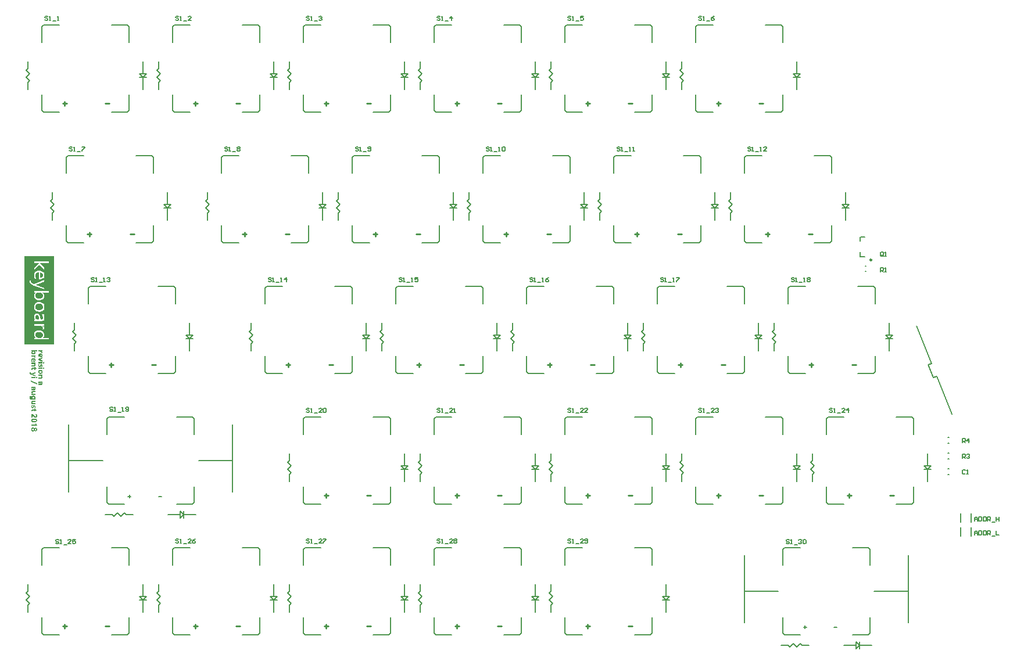
<source format=gto>
G04*
G04 #@! TF.GenerationSoftware,Altium Limited,Altium Designer,18.1.7 (191)*
G04*
G04 Layer_Color=65535*
%FSLAX25Y25*%
%MOIN*%
G70*
G01*
G75*
%ADD10C,0.00984*%
%ADD11C,0.00800*%
%ADD12C,0.00787*%
%ADD13C,0.00500*%
%ADD14C,0.01000*%
G36*
X15324Y177305D02*
X14908D01*
Y177297D01*
X14912Y177293D01*
X14929Y177289D01*
X14950Y177280D01*
X14979Y177264D01*
X15016Y177247D01*
X15054Y177222D01*
X15095Y177193D01*
X15137Y177160D01*
X15179Y177122D01*
X15220Y177076D01*
X15262Y177031D01*
X15295Y176977D01*
X15324Y176914D01*
X15345Y176852D01*
X15361Y176781D01*
X15366Y176702D01*
Y176665D01*
X15361Y176640D01*
X15353Y176586D01*
X15345Y176557D01*
X15337Y176532D01*
X14696D01*
X14700Y176536D01*
X14708Y176552D01*
X14717Y176581D01*
X14733Y176615D01*
X14746Y176656D01*
X14754Y176706D01*
X14762Y176760D01*
X14767Y176823D01*
Y176844D01*
X14762Y176860D01*
X14758Y176902D01*
X14746Y176952D01*
X14725Y177010D01*
X14696Y177068D01*
X14654Y177126D01*
X14600Y177181D01*
X14592Y177185D01*
X14571Y177201D01*
X14534Y177218D01*
X14480Y177243D01*
X14417Y177264D01*
X14338Y177285D01*
X14251Y177301D01*
X14147Y177305D01*
X13073D01*
Y178000D01*
X15324D01*
Y177305D01*
D02*
G37*
G36*
X12389D02*
X10970D01*
Y177297D01*
X10974Y177293D01*
X10987Y177285D01*
X11008Y177268D01*
X11033Y177247D01*
X11062Y177222D01*
X11095Y177189D01*
X11128Y177151D01*
X11166Y177110D01*
X11203Y177060D01*
X11236Y177006D01*
X11270Y176943D01*
X11299Y176881D01*
X11324Y176810D01*
X11345Y176731D01*
X11357Y176652D01*
X11361Y176565D01*
Y176523D01*
X11357Y176494D01*
X11353Y176457D01*
X11345Y176415D01*
X11336Y176369D01*
X11324Y176315D01*
X11307Y176265D01*
X11286Y176211D01*
X11266Y176153D01*
X11236Y176099D01*
X11199Y176045D01*
X11162Y175991D01*
X11116Y175941D01*
X11062Y175895D01*
X11058Y175891D01*
X11049Y175887D01*
X11033Y175874D01*
X11008Y175858D01*
X10979Y175841D01*
X10941Y175820D01*
X10895Y175799D01*
X10850Y175774D01*
X10791Y175754D01*
X10733Y175733D01*
X10662Y175712D01*
X10592Y175695D01*
X10513Y175679D01*
X10429Y175666D01*
X10342Y175662D01*
X10246Y175658D01*
X10238D01*
X10221D01*
X10192D01*
X10155Y175662D01*
X10105Y175666D01*
X10051Y175670D01*
X9989Y175679D01*
X9922Y175691D01*
X9776Y175724D01*
X9701Y175745D01*
X9627Y175774D01*
X9552Y175803D01*
X9477Y175841D01*
X9406Y175883D01*
X9340Y175933D01*
X9335Y175937D01*
X9327Y175945D01*
X9310Y175962D01*
X9285Y175982D01*
X9261Y176012D01*
X9231Y176045D01*
X9202Y176082D01*
X9173Y176128D01*
X9140Y176178D01*
X9111Y176232D01*
X9082Y176294D01*
X9057Y176357D01*
X9036Y176427D01*
X9019Y176502D01*
X9007Y176586D01*
X9003Y176669D01*
Y176685D01*
X9007Y176710D01*
Y176735D01*
X9011Y176773D01*
X9019Y176810D01*
X9027Y176856D01*
X9040Y176902D01*
X9057Y176952D01*
X9077Y177006D01*
X9102Y177056D01*
X9136Y177110D01*
X9169Y177160D01*
X9211Y177210D01*
X9261Y177255D01*
X9315Y177297D01*
Y177305D01*
X9057D01*
Y178000D01*
X12389D01*
Y177305D01*
D02*
G37*
G36*
X14218Y176336D02*
X14255D01*
X14305Y176332D01*
X14359Y176323D01*
X14417Y176311D01*
X14484Y176299D01*
X14555Y176282D01*
X14625Y176261D01*
X14700Y176236D01*
X14775Y176203D01*
X14846Y176165D01*
X14916Y176124D01*
X14987Y176074D01*
X15049Y176016D01*
X15054Y176012D01*
X15062Y175999D01*
X15079Y175982D01*
X15100Y175957D01*
X15124Y175924D01*
X15154Y175887D01*
X15183Y175845D01*
X15216Y175795D01*
X15245Y175737D01*
X15274Y175679D01*
X15303Y175612D01*
X15328Y175541D01*
X15349Y175467D01*
X15366Y175388D01*
X15374Y175304D01*
X15378Y175217D01*
Y175171D01*
X15374Y175134D01*
X15370Y175092D01*
X15361Y175046D01*
X15353Y174992D01*
X15341Y174934D01*
X15328Y174876D01*
X15307Y174813D01*
X15282Y174751D01*
X15258Y174689D01*
X15220Y174626D01*
X15183Y174564D01*
X15137Y174510D01*
X15087Y174456D01*
X15083Y174451D01*
X15075Y174443D01*
X15058Y174431D01*
X15033Y174414D01*
X15004Y174393D01*
X14970Y174368D01*
X14925Y174347D01*
X14879Y174318D01*
X14825Y174293D01*
X14767Y174273D01*
X14700Y174248D01*
X14629Y174227D01*
X14555Y174210D01*
X14471Y174198D01*
X14384Y174189D01*
X14292Y174185D01*
X14001D01*
Y175654D01*
X13997D01*
X13980Y175650D01*
X13956Y175645D01*
X13926Y175637D01*
X13889Y175629D01*
X13847Y175612D01*
X13802Y175591D01*
X13756Y175562D01*
X13710Y175529D01*
X13664Y175487D01*
X13623Y175437D01*
X13585Y175375D01*
X13556Y175309D01*
X13531Y175229D01*
X13514Y175138D01*
X13510Y175034D01*
Y174996D01*
X13514Y174971D01*
Y174938D01*
X13519Y174901D01*
X13527Y174859D01*
X13531Y174813D01*
X13552Y174714D01*
X13585Y174601D01*
X13627Y174489D01*
X13685Y174381D01*
X13182D01*
Y174385D01*
X13173Y174393D01*
X13165Y174414D01*
X13157Y174439D01*
X13144Y174468D01*
X13132Y174506D01*
X13115Y174551D01*
X13103Y174597D01*
X13086Y174655D01*
X13069Y174718D01*
X13057Y174784D01*
X13044Y174855D01*
X13036Y174930D01*
X13028Y175013D01*
X13020Y175101D01*
Y175217D01*
X13024Y175246D01*
Y175284D01*
X13028Y175329D01*
X13036Y175383D01*
X13044Y175442D01*
X13057Y175504D01*
X13073Y175571D01*
X13094Y175641D01*
X13115Y175712D01*
X13144Y175783D01*
X13182Y175849D01*
X13219Y175920D01*
X13265Y175982D01*
X13319Y176041D01*
X13323Y176045D01*
X13331Y176053D01*
X13352Y176070D01*
X13373Y176086D01*
X13406Y176111D01*
X13444Y176136D01*
X13489Y176161D01*
X13540Y176190D01*
X13593Y176219D01*
X13660Y176244D01*
X13727Y176269D01*
X13802Y176294D01*
X13885Y176311D01*
X13972Y176328D01*
X14064Y176336D01*
X14164Y176340D01*
X14172D01*
X14188D01*
X14218Y176336D01*
D02*
G37*
G36*
X11307Y174510D02*
X10891D01*
Y174501D01*
X10895Y174497D01*
X10912Y174493D01*
X10933Y174485D01*
X10962Y174468D01*
X10999Y174451D01*
X11037Y174427D01*
X11078Y174397D01*
X11120Y174364D01*
X11162Y174327D01*
X11203Y174281D01*
X11245Y174235D01*
X11278Y174181D01*
X11307Y174119D01*
X11328Y174056D01*
X11345Y173986D01*
X11349Y173907D01*
Y173869D01*
X11345Y173844D01*
X11336Y173790D01*
X11328Y173761D01*
X11320Y173736D01*
X10679D01*
X10683Y173740D01*
X10691Y173757D01*
X10700Y173786D01*
X10717Y173819D01*
X10729Y173861D01*
X10737Y173911D01*
X10746Y173965D01*
X10750Y174027D01*
Y174048D01*
X10746Y174065D01*
X10741Y174106D01*
X10729Y174156D01*
X10708Y174214D01*
X10679Y174273D01*
X10637Y174331D01*
X10583Y174385D01*
X10575Y174389D01*
X10554Y174406D01*
X10517Y174422D01*
X10463Y174447D01*
X10400Y174468D01*
X10321Y174489D01*
X10234Y174506D01*
X10130Y174510D01*
X9057D01*
Y175205D01*
X11307D01*
Y174510D01*
D02*
G37*
G36*
X15324Y173312D02*
X13935Y172921D01*
X13930D01*
X13926Y172916D01*
X13914Y172912D01*
X13897Y172908D01*
X13851Y172900D01*
X13797Y172887D01*
X13735Y172871D01*
X13668Y172858D01*
X13602Y172850D01*
X13535Y172842D01*
Y172833D01*
X13544D01*
X13564Y172829D01*
X13598Y172825D01*
X13644Y172817D01*
X13698Y172804D01*
X13764Y172792D01*
X13839Y172771D01*
X13922Y172750D01*
X15324Y172351D01*
Y171627D01*
X13073Y172463D01*
Y173253D01*
X15324Y174052D01*
Y173312D01*
D02*
G37*
G36*
X10201Y173540D02*
X10238D01*
X10288Y173536D01*
X10342Y173528D01*
X10400Y173515D01*
X10467Y173503D01*
X10538Y173486D01*
X10608Y173466D01*
X10683Y173441D01*
X10758Y173407D01*
X10829Y173370D01*
X10899Y173328D01*
X10970Y173278D01*
X11033Y173220D01*
X11037Y173216D01*
X11045Y173204D01*
X11062Y173187D01*
X11083Y173162D01*
X11107Y173129D01*
X11137Y173091D01*
X11166Y173050D01*
X11199Y173000D01*
X11228Y172941D01*
X11257Y172883D01*
X11286Y172817D01*
X11311Y172746D01*
X11332Y172671D01*
X11349Y172592D01*
X11357Y172509D01*
X11361Y172421D01*
Y172376D01*
X11357Y172338D01*
X11353Y172297D01*
X11345Y172251D01*
X11336Y172197D01*
X11324Y172139D01*
X11311Y172080D01*
X11291Y172018D01*
X11266Y171956D01*
X11241Y171893D01*
X11203Y171831D01*
X11166Y171768D01*
X11120Y171714D01*
X11070Y171660D01*
X11066Y171656D01*
X11058Y171648D01*
X11041Y171635D01*
X11016Y171619D01*
X10987Y171598D01*
X10954Y171573D01*
X10908Y171552D01*
X10862Y171523D01*
X10808Y171498D01*
X10750Y171477D01*
X10683Y171452D01*
X10612Y171431D01*
X10538Y171415D01*
X10454Y171402D01*
X10367Y171394D01*
X10276Y171390D01*
X9984D01*
Y172858D01*
X9980D01*
X9963Y172854D01*
X9939Y172850D01*
X9909Y172842D01*
X9872Y172833D01*
X9830Y172817D01*
X9785Y172796D01*
X9739Y172767D01*
X9693Y172733D01*
X9647Y172692D01*
X9606Y172642D01*
X9568Y172580D01*
X9539Y172513D01*
X9514Y172434D01*
X9498Y172342D01*
X9493Y172238D01*
Y172201D01*
X9498Y172176D01*
Y172143D01*
X9502Y172105D01*
X9510Y172064D01*
X9514Y172018D01*
X9535Y171918D01*
X9568Y171806D01*
X9610Y171693D01*
X9668Y171585D01*
X9165D01*
Y171589D01*
X9156Y171598D01*
X9148Y171619D01*
X9140Y171643D01*
X9127Y171673D01*
X9115Y171710D01*
X9098Y171756D01*
X9086Y171802D01*
X9069Y171860D01*
X9053Y171922D01*
X9040Y171989D01*
X9027Y172060D01*
X9019Y172134D01*
X9011Y172218D01*
X9003Y172305D01*
Y172421D01*
X9007Y172451D01*
Y172488D01*
X9011Y172534D01*
X9019Y172588D01*
X9027Y172646D01*
X9040Y172708D01*
X9057Y172775D01*
X9077Y172846D01*
X9098Y172916D01*
X9127Y172987D01*
X9165Y173054D01*
X9202Y173125D01*
X9248Y173187D01*
X9302Y173245D01*
X9306Y173249D01*
X9315Y173258D01*
X9335Y173274D01*
X9356Y173291D01*
X9389Y173316D01*
X9427Y173341D01*
X9473Y173366D01*
X9523Y173395D01*
X9577Y173424D01*
X9643Y173449D01*
X9710Y173474D01*
X9785Y173499D01*
X9868Y173515D01*
X9955Y173532D01*
X10047Y173540D01*
X10147Y173545D01*
X10155D01*
X10171D01*
X10201Y173540D01*
D02*
G37*
G36*
X15324Y170633D02*
X13073D01*
Y171327D01*
X15324D01*
Y170633D01*
D02*
G37*
G36*
X16094Y171373D02*
X16131Y171365D01*
X16173Y171348D01*
X16214Y171332D01*
X16256Y171302D01*
X16297Y171265D01*
X16302Y171261D01*
X16314Y171244D01*
X16331Y171219D01*
X16348Y171186D01*
X16364Y171144D01*
X16381Y171094D01*
X16393Y171040D01*
X16397Y170978D01*
Y170949D01*
X16393Y170915D01*
X16385Y170874D01*
X16372Y170828D01*
X16356Y170778D01*
X16331Y170732D01*
X16297Y170687D01*
X16293Y170683D01*
X16281Y170670D01*
X16256Y170649D01*
X16227Y170628D01*
X16189Y170612D01*
X16148Y170591D01*
X16098Y170579D01*
X16040Y170574D01*
X16031D01*
X16015D01*
X15985Y170579D01*
X15948Y170587D01*
X15906Y170604D01*
X15865Y170620D01*
X15823Y170649D01*
X15782Y170687D01*
X15777Y170691D01*
X15765Y170707D01*
X15748Y170732D01*
X15732Y170766D01*
X15715Y170807D01*
X15698Y170857D01*
X15686Y170915D01*
X15682Y170978D01*
Y171007D01*
X15686Y171040D01*
X15694Y171078D01*
X15707Y171124D01*
X15728Y171173D01*
X15753Y171219D01*
X15786Y171265D01*
X15790Y171269D01*
X15807Y171282D01*
X15827Y171302D01*
X15857Y171319D01*
X15894Y171340D01*
X15936Y171361D01*
X15985Y171373D01*
X16040Y171377D01*
X16048D01*
X16065D01*
X16094Y171373D01*
D02*
G37*
G36*
X14729Y170192D02*
X14775Y170183D01*
X14825Y170175D01*
X14879Y170163D01*
X14933Y170142D01*
X14987Y170113D01*
X14991Y170108D01*
X15012Y170096D01*
X15037Y170079D01*
X15066Y170054D01*
X15104Y170021D01*
X15141Y169984D01*
X15179Y169942D01*
X15212Y169892D01*
X15216Y169884D01*
X15224Y169867D01*
X15241Y169838D01*
X15262Y169801D01*
X15282Y169755D01*
X15303Y169701D01*
X15320Y169643D01*
X15337Y169580D01*
Y169572D01*
X15345Y169551D01*
X15349Y169514D01*
X15357Y169468D01*
X15366Y169410D01*
X15370Y169347D01*
X15378Y169281D01*
Y169156D01*
X15374Y169114D01*
Y169069D01*
X15370Y169019D01*
X15353Y168906D01*
Y168898D01*
X15349Y168881D01*
X15345Y168848D01*
X15337Y168811D01*
X15328Y168765D01*
X15320Y168715D01*
X15291Y168603D01*
X14754D01*
X14758Y168607D01*
X14767Y168623D01*
X14779Y168652D01*
X14796Y168686D01*
X14817Y168727D01*
X14833Y168777D01*
X14850Y168827D01*
X14866Y168885D01*
Y168894D01*
X14875Y168910D01*
X14879Y168939D01*
X14887Y168977D01*
X14896Y169023D01*
X14900Y169073D01*
X14908Y169181D01*
Y169222D01*
X14904Y169264D01*
X14896Y169310D01*
Y169314D01*
X14891Y169318D01*
X14887Y169343D01*
X14875Y169376D01*
X14858Y169414D01*
X14854Y169422D01*
X14841Y169439D01*
X14825Y169464D01*
X14800Y169489D01*
X14792Y169493D01*
X14775Y169501D01*
X14750Y169509D01*
X14717Y169514D01*
X14713D01*
X14708D01*
X14679Y169509D01*
X14646Y169497D01*
X14609Y169476D01*
X14600Y169468D01*
X14584Y169447D01*
X14559Y169414D01*
X14534Y169372D01*
Y169368D01*
X14529Y169360D01*
X14525Y169347D01*
X14517Y169331D01*
X14500Y169285D01*
X14480Y169231D01*
Y169227D01*
X14476Y169218D01*
X14471Y169202D01*
X14463Y169181D01*
X14446Y169131D01*
X14425Y169073D01*
Y169064D01*
X14417Y169048D01*
X14409Y169023D01*
X14396Y168989D01*
X14380Y168952D01*
X14363Y168910D01*
X14322Y168823D01*
X14317Y168819D01*
X14313Y168802D01*
X14301Y168781D01*
X14284Y168756D01*
X14238Y168694D01*
X14184Y168632D01*
X14180Y168628D01*
X14172Y168619D01*
X14155Y168603D01*
X14134Y168586D01*
X14109Y168569D01*
X14076Y168549D01*
X14005Y168511D01*
X14001Y168507D01*
X13989Y168503D01*
X13964Y168494D01*
X13935Y168486D01*
X13901Y168478D01*
X13860Y168474D01*
X13810Y168465D01*
X13760D01*
X13756D01*
X13752D01*
X13727D01*
X13689Y168469D01*
X13644Y168478D01*
X13589Y168486D01*
X13531Y168503D01*
X13473Y168524D01*
X13419Y168553D01*
X13415Y168557D01*
X13394Y168569D01*
X13369Y168586D01*
X13336Y168615D01*
X13298Y168648D01*
X13261Y168686D01*
X13223Y168736D01*
X13186Y168786D01*
X13182Y168794D01*
X13173Y168811D01*
X13157Y168840D01*
X13136Y168881D01*
X13115Y168927D01*
X13099Y168985D01*
X13078Y169048D01*
X13061Y169114D01*
Y169123D01*
X13053Y169148D01*
X13049Y169185D01*
X13040Y169235D01*
X13032Y169293D01*
X13028Y169360D01*
X13020Y169430D01*
Y169568D01*
X13024Y169601D01*
Y169638D01*
X13028Y169684D01*
X13032Y169730D01*
X13049Y169838D01*
X13065Y169955D01*
X13094Y170075D01*
X13132Y170196D01*
X13693D01*
X13689Y170187D01*
X13677Y170167D01*
X13656Y170133D01*
X13635Y170088D01*
X13610Y170034D01*
X13585Y169975D01*
X13560Y169913D01*
X13540Y169851D01*
Y169842D01*
X13531Y169821D01*
X13523Y169788D01*
X13514Y169747D01*
X13506Y169697D01*
X13498Y169643D01*
X13494Y169588D01*
X13489Y169530D01*
Y169501D01*
X13494Y169464D01*
X13498Y169422D01*
X13502Y169376D01*
X13510Y169326D01*
X13523Y169281D01*
X13540Y169239D01*
X13544Y169235D01*
X13548Y169222D01*
X13560Y169206D01*
X13577Y169185D01*
X13598Y169164D01*
X13627Y169148D01*
X13656Y169135D01*
X13693Y169131D01*
X13698D01*
X13706D01*
X13731Y169135D01*
X13768Y169152D01*
X13785Y169164D01*
X13802Y169181D01*
X13806D01*
X13810Y169189D01*
X13831Y169214D01*
X13856Y169252D01*
X13881Y169306D01*
Y169310D01*
X13885Y169318D01*
X13893Y169335D01*
X13901Y169355D01*
X13910Y169380D01*
X13918Y169405D01*
X13939Y169472D01*
Y169476D01*
X13943Y169489D01*
X13951Y169505D01*
X13960Y169526D01*
X13976Y169580D01*
X14001Y169643D01*
X14005Y169647D01*
X14009Y169667D01*
X14022Y169693D01*
X14035Y169726D01*
X14051Y169763D01*
X14068Y169801D01*
X14109Y169884D01*
X14114Y169888D01*
X14122Y169901D01*
X14130Y169917D01*
X14147Y169942D01*
X14188Y169996D01*
X14243Y170054D01*
X14247Y170059D01*
X14255Y170067D01*
X14272Y170079D01*
X14297Y170092D01*
X14322Y170108D01*
X14351Y170125D01*
X14421Y170158D01*
X14425D01*
X14438Y170163D01*
X14463Y170171D01*
X14492Y170175D01*
X14525Y170183D01*
X14567Y170192D01*
X14613Y170196D01*
X14663D01*
X14667D01*
X14671D01*
X14696D01*
X14729Y170192D01*
D02*
G37*
G36*
X11307Y170279D02*
X10949D01*
Y170271D01*
X10954Y170267D01*
X10966Y170258D01*
X10987Y170246D01*
X11016Y170225D01*
X11045Y170200D01*
X11078Y170167D01*
X11116Y170129D01*
X11157Y170088D01*
X11195Y170038D01*
X11232Y169984D01*
X11266Y169925D01*
X11299Y169859D01*
X11324Y169788D01*
X11345Y169713D01*
X11357Y169634D01*
X11361Y169547D01*
Y169514D01*
X11357Y169476D01*
X11349Y169430D01*
X11332Y169372D01*
X11311Y169310D01*
X11282Y169243D01*
X11245Y169173D01*
X11195Y169102D01*
X11137Y169035D01*
X11062Y168973D01*
X10970Y168915D01*
X10920Y168890D01*
X10862Y168869D01*
X10804Y168848D01*
X10741Y168831D01*
X10671Y168815D01*
X10596Y168806D01*
X10517Y168798D01*
X10434D01*
X9057D01*
Y169493D01*
X10305D01*
X10309D01*
X10325D01*
X10355Y169497D01*
X10388D01*
X10425Y169505D01*
X10471Y169514D01*
X10517Y169526D01*
X10567Y169539D01*
X10617Y169559D01*
X10662Y169584D01*
X10708Y169613D01*
X10746Y169651D01*
X10779Y169693D01*
X10808Y169742D01*
X10825Y169801D01*
X10829Y169867D01*
Y169896D01*
X10820Y169930D01*
X10812Y169971D01*
X10796Y170017D01*
X10771Y170067D01*
X10737Y170117D01*
X10691Y170163D01*
X10687Y170167D01*
X10667Y170179D01*
X10637Y170200D01*
X10596Y170221D01*
X10546Y170242D01*
X10484Y170262D01*
X10417Y170275D01*
X10338Y170279D01*
X9057D01*
Y170974D01*
X11307D01*
Y170279D01*
D02*
G37*
G36*
X15324Y167371D02*
X13073D01*
Y168066D01*
X15324D01*
Y167371D01*
D02*
G37*
G36*
X16094Y168112D02*
X16131Y168103D01*
X16173Y168087D01*
X16214Y168070D01*
X16256Y168041D01*
X16297Y168003D01*
X16302Y167999D01*
X16314Y167983D01*
X16331Y167958D01*
X16348Y167924D01*
X16364Y167883D01*
X16381Y167833D01*
X16393Y167779D01*
X16397Y167717D01*
Y167687D01*
X16393Y167654D01*
X16385Y167613D01*
X16372Y167567D01*
X16356Y167517D01*
X16331Y167471D01*
X16297Y167425D01*
X16293Y167421D01*
X16281Y167409D01*
X16256Y167388D01*
X16227Y167367D01*
X16189Y167350D01*
X16148Y167330D01*
X16098Y167317D01*
X16040Y167313D01*
X16031D01*
X16015D01*
X15985Y167317D01*
X15948Y167325D01*
X15906Y167342D01*
X15865Y167359D01*
X15823Y167388D01*
X15782Y167425D01*
X15777Y167429D01*
X15765Y167446D01*
X15748Y167471D01*
X15732Y167504D01*
X15715Y167546D01*
X15698Y167596D01*
X15686Y167654D01*
X15682Y167717D01*
Y167746D01*
X15686Y167779D01*
X15694Y167816D01*
X15707Y167862D01*
X15728Y167912D01*
X15753Y167958D01*
X15786Y168003D01*
X15790Y168008D01*
X15807Y168020D01*
X15827Y168041D01*
X15857Y168058D01*
X15894Y168078D01*
X15936Y168099D01*
X15985Y168112D01*
X16040Y168116D01*
X16048D01*
X16065D01*
X16094Y168112D01*
D02*
G37*
G36*
X11307Y168087D02*
X11794D01*
X11989Y167392D01*
X11307D01*
Y166889D01*
X10796D01*
Y167392D01*
X9884D01*
X9880D01*
X9868D01*
X9851D01*
X9830Y167388D01*
X9772Y167375D01*
X9710Y167359D01*
X9643Y167325D01*
X9614Y167300D01*
X9585Y167276D01*
X9564Y167242D01*
X9548Y167205D01*
X9535Y167163D01*
X9531Y167113D01*
Y167093D01*
X9535Y167072D01*
X9539Y167043D01*
X9548Y167009D01*
X9560Y166972D01*
X9577Y166930D01*
X9597Y166889D01*
X9082D01*
X9077Y166897D01*
X9069Y166918D01*
X9057Y166955D01*
X9044Y167005D01*
X9027Y167068D01*
X9015Y167147D01*
X9007Y167242D01*
X9003Y167350D01*
Y167384D01*
X9007Y167417D01*
X9015Y167467D01*
X9027Y167521D01*
X9044Y167583D01*
X9065Y167650D01*
X9098Y167717D01*
X9140Y167787D01*
X9190Y167854D01*
X9248Y167916D01*
X9323Y167970D01*
X9410Y168020D01*
X9514Y168053D01*
X9568Y168070D01*
X9631Y168078D01*
X9693Y168083D01*
X9764Y168087D01*
X10796D01*
Y168453D01*
X11307D01*
Y168087D01*
D02*
G37*
G36*
Y164788D02*
X9939Y164368D01*
X9934D01*
X9918Y164359D01*
X9889Y164355D01*
X9851Y164343D01*
X9810Y164334D01*
X9755Y164322D01*
X9697Y164314D01*
X9635Y164305D01*
Y164297D01*
X9639D01*
X9660Y164293D01*
X9685Y164289D01*
X9722Y164280D01*
X9764Y164268D01*
X9814Y164255D01*
X9872Y164239D01*
X9934Y164222D01*
X11307Y163798D01*
Y163111D01*
X8878Y164027D01*
X8874D01*
X8869Y164031D01*
X8857Y164035D01*
X8840Y164043D01*
X8799Y164060D01*
X8741Y164089D01*
X8674Y164122D01*
X8599Y164164D01*
X8520Y164214D01*
X8441Y164272D01*
X8358Y164339D01*
X8279Y164413D01*
X8204Y164497D01*
X8137Y164584D01*
X8083Y164680D01*
X8037Y164788D01*
X8021Y164842D01*
X8008Y164900D01*
X8004Y164958D01*
X8000Y165021D01*
Y165062D01*
X8004Y165108D01*
X8008Y165166D01*
X8012Y165233D01*
X8025Y165299D01*
X8037Y165370D01*
X8058Y165437D01*
X8612D01*
X8607Y165428D01*
X8599Y165412D01*
X8587Y165383D01*
X8574Y165345D01*
X8557Y165299D01*
X8545Y165250D01*
X8537Y165191D01*
X8533Y165133D01*
Y165108D01*
X8537Y165092D01*
X8545Y165042D01*
X8566Y164988D01*
X8595Y164925D01*
X8616Y164892D01*
X8636Y164863D01*
X8666Y164834D01*
X8699Y164804D01*
X8736Y164779D01*
X8782Y164759D01*
X9061Y164642D01*
X11307Y165553D01*
Y164788D01*
D02*
G37*
G36*
X14243Y166914D02*
X14280D01*
X14326Y166909D01*
X14380Y166901D01*
X14442Y166889D01*
X14509Y166876D01*
X14575Y166859D01*
X14646Y166835D01*
X14721Y166810D01*
X14792Y166776D01*
X14862Y166739D01*
X14933Y166693D01*
X15000Y166643D01*
X15062Y166585D01*
X15066Y166581D01*
X15075Y166568D01*
X15091Y166552D01*
X15112Y166523D01*
X15137Y166489D01*
X15162Y166448D01*
X15191Y166402D01*
X15220Y166348D01*
X15249Y166285D01*
X15278Y166219D01*
X15303Y166144D01*
X15328Y166065D01*
X15349Y165978D01*
X15366Y165886D01*
X15374Y165786D01*
X15378Y165682D01*
Y165628D01*
X15374Y165591D01*
X15370Y165541D01*
X15361Y165487D01*
X15353Y165428D01*
X15341Y165362D01*
X15324Y165291D01*
X15299Y165220D01*
X15274Y165146D01*
X15245Y165075D01*
X15208Y165000D01*
X15166Y164929D01*
X15116Y164863D01*
X15062Y164800D01*
X15058Y164796D01*
X15049Y164788D01*
X15029Y164771D01*
X15004Y164750D01*
X14975Y164725D01*
X14933Y164700D01*
X14891Y164671D01*
X14841Y164638D01*
X14783Y164609D01*
X14721Y164580D01*
X14650Y164555D01*
X14580Y164530D01*
X14500Y164509D01*
X14413Y164492D01*
X14326Y164484D01*
X14230Y164480D01*
X14222D01*
X14205D01*
X14176D01*
X14139Y164484D01*
X14089Y164488D01*
X14035Y164497D01*
X13976Y164509D01*
X13910Y164522D01*
X13839Y164538D01*
X13768Y164559D01*
X13693Y164588D01*
X13619Y164621D01*
X13548Y164659D01*
X13477Y164705D01*
X13406Y164755D01*
X13344Y164813D01*
X13340Y164817D01*
X13331Y164829D01*
X13315Y164846D01*
X13294Y164871D01*
X13269Y164904D01*
X13240Y164946D01*
X13211Y164996D01*
X13182Y165050D01*
X13153Y165108D01*
X13124Y165175D01*
X13094Y165250D01*
X13069Y165329D01*
X13049Y165416D01*
X13032Y165507D01*
X13024Y165607D01*
X13020Y165711D01*
Y165736D01*
X13024Y165765D01*
Y165803D01*
X13028Y165853D01*
X13036Y165907D01*
X13044Y165965D01*
X13057Y166032D01*
X13073Y166102D01*
X13094Y166173D01*
X13119Y166248D01*
X13153Y166323D01*
X13186Y166394D01*
X13228Y166464D01*
X13277Y166535D01*
X13331Y166597D01*
X13336Y166602D01*
X13348Y166610D01*
X13365Y166627D01*
X13390Y166647D01*
X13423Y166672D01*
X13460Y166697D01*
X13506Y166726D01*
X13556Y166755D01*
X13614Y166789D01*
X13681Y166818D01*
X13752Y166843D01*
X13826Y166868D01*
X13910Y166889D01*
X13997Y166905D01*
X14089Y166914D01*
X14188Y166918D01*
X14197D01*
X14213D01*
X14243Y166914D01*
D02*
G37*
G36*
X11307Y162134D02*
X9057D01*
Y162829D01*
X11307D01*
Y162134D01*
D02*
G37*
G36*
X12077Y162874D02*
X12114Y162866D01*
X12156Y162849D01*
X12197Y162833D01*
X12239Y162803D01*
X12281Y162766D01*
X12285Y162762D01*
X12297Y162745D01*
X12314Y162720D01*
X12331Y162687D01*
X12347Y162645D01*
X12364Y162595D01*
X12376Y162541D01*
X12381Y162479D01*
Y162450D01*
X12376Y162417D01*
X12368Y162375D01*
X12355Y162329D01*
X12339Y162279D01*
X12314Y162234D01*
X12281Y162188D01*
X12276Y162184D01*
X12264Y162171D01*
X12239Y162150D01*
X12210Y162130D01*
X12173Y162113D01*
X12131Y162092D01*
X12081Y162080D01*
X12023Y162075D01*
X12014D01*
X11998D01*
X11969Y162080D01*
X11931Y162088D01*
X11890Y162105D01*
X11848Y162121D01*
X11806Y162150D01*
X11765Y162188D01*
X11761Y162192D01*
X11748Y162209D01*
X11732Y162234D01*
X11715Y162267D01*
X11698Y162309D01*
X11682Y162358D01*
X11669Y162417D01*
X11665Y162479D01*
Y162508D01*
X11669Y162541D01*
X11677Y162579D01*
X11690Y162625D01*
X11711Y162675D01*
X11736Y162720D01*
X11769Y162766D01*
X11773Y162770D01*
X11790Y162783D01*
X11811Y162803D01*
X11840Y162820D01*
X11877Y162841D01*
X11919Y162862D01*
X11969Y162874D01*
X12023Y162878D01*
X12031D01*
X12048D01*
X12077Y162874D01*
D02*
G37*
G36*
X15324Y163336D02*
X14966D01*
Y163328D01*
X14970Y163323D01*
X14983Y163315D01*
X15004Y163303D01*
X15033Y163282D01*
X15062Y163257D01*
X15095Y163224D01*
X15133Y163186D01*
X15174Y163145D01*
X15212Y163095D01*
X15249Y163041D01*
X15282Y162982D01*
X15316Y162916D01*
X15341Y162845D01*
X15361Y162770D01*
X15374Y162691D01*
X15378Y162604D01*
Y162571D01*
X15374Y162533D01*
X15366Y162487D01*
X15349Y162429D01*
X15328Y162367D01*
X15299Y162300D01*
X15262Y162229D01*
X15212Y162159D01*
X15154Y162092D01*
X15079Y162030D01*
X14987Y161971D01*
X14937Y161947D01*
X14879Y161926D01*
X14821Y161905D01*
X14758Y161888D01*
X14688Y161872D01*
X14613Y161863D01*
X14534Y161855D01*
X14450D01*
X13073D01*
Y162550D01*
X14322D01*
X14326D01*
X14342D01*
X14371Y162554D01*
X14405D01*
X14442Y162562D01*
X14488Y162571D01*
X14534Y162583D01*
X14584Y162595D01*
X14634Y162616D01*
X14679Y162641D01*
X14725Y162670D01*
X14762Y162708D01*
X14796Y162749D01*
X14825Y162799D01*
X14841Y162858D01*
X14846Y162924D01*
Y162953D01*
X14837Y162987D01*
X14829Y163028D01*
X14812Y163074D01*
X14787Y163124D01*
X14754Y163174D01*
X14708Y163219D01*
X14704Y163224D01*
X14683Y163236D01*
X14654Y163257D01*
X14613Y163278D01*
X14563Y163299D01*
X14500Y163319D01*
X14434Y163332D01*
X14355Y163336D01*
X13073D01*
Y164031D01*
X15324D01*
Y163336D01*
D02*
G37*
G36*
X12210Y159172D02*
Y158548D01*
X8537Y160083D01*
Y160699D01*
X12210Y159172D01*
D02*
G37*
G36*
X13760Y160224D02*
X13802Y160216D01*
X13851Y160204D01*
X13910Y160187D01*
X13972Y160162D01*
X14039Y160133D01*
X14105Y160091D01*
X14172Y160041D01*
X14234Y159979D01*
X14292Y159900D01*
X14346Y159812D01*
X14392Y159708D01*
X14413Y159654D01*
X14430Y159592D01*
X14442Y159525D01*
X14455Y159455D01*
X14538Y158843D01*
X14542D01*
X14555D01*
X14571Y158847D01*
X14596D01*
X14625Y158856D01*
X14654Y158864D01*
X14688Y158877D01*
X14725Y158893D01*
X14758Y158914D01*
X14792Y158939D01*
X14821Y158972D01*
X14850Y159010D01*
X14875Y159055D01*
X14891Y159109D01*
X14904Y159172D01*
X14908Y159243D01*
Y159280D01*
X14904Y159309D01*
X14900Y159347D01*
X14896Y159388D01*
X14887Y159438D01*
X14879Y159488D01*
X14866Y159546D01*
X14850Y159609D01*
X14829Y159671D01*
X14808Y159738D01*
X14779Y159804D01*
X14746Y159871D01*
X14708Y159941D01*
X14667Y160008D01*
X15191D01*
X15195Y160000D01*
X15203Y159983D01*
X15216Y159950D01*
X15237Y159904D01*
X15258Y159846D01*
X15278Y159779D01*
X15299Y159700D01*
X15320Y159613D01*
Y159609D01*
X15324Y159600D01*
Y159588D01*
X15328Y159571D01*
X15332Y159546D01*
X15337Y159521D01*
X15349Y159459D01*
X15361Y159388D01*
X15370Y159309D01*
X15374Y159230D01*
X15378Y159151D01*
Y159109D01*
X15374Y159089D01*
Y159064D01*
X15361Y159001D01*
X15349Y158926D01*
X15328Y158847D01*
X15299Y158760D01*
X15258Y158668D01*
X15208Y158581D01*
X15145Y158494D01*
X15066Y158415D01*
X15020Y158377D01*
X14975Y158340D01*
X14921Y158307D01*
X14862Y158277D01*
X14800Y158253D01*
X14733Y158232D01*
X14663Y158215D01*
X14588Y158203D01*
X14505Y158194D01*
X14417Y158190D01*
X13073D01*
Y158847D01*
X13394D01*
Y158856D01*
X13390Y158860D01*
X13377Y158864D01*
X13361Y158881D01*
X13336Y158897D01*
X13307Y158922D01*
X13277Y158951D01*
X13240Y158985D01*
X13207Y159022D01*
X13173Y159068D01*
X13140Y159118D01*
X13107Y159172D01*
X13078Y159234D01*
X13053Y159297D01*
X13036Y159367D01*
X13024Y159446D01*
X13020Y159525D01*
Y159559D01*
X13024Y159580D01*
Y159609D01*
X13028Y159638D01*
X13044Y159713D01*
X13065Y159796D01*
X13099Y159883D01*
X13144Y159966D01*
X13169Y160004D01*
X13203Y160041D01*
X13207D01*
X13211Y160050D01*
X13223Y160058D01*
X13236Y160070D01*
X13277Y160099D01*
X13336Y160133D01*
X13406Y160170D01*
X13489Y160199D01*
X13589Y160220D01*
X13644Y160224D01*
X13698Y160229D01*
X13706D01*
X13727D01*
X13760Y160224D01*
D02*
G37*
G36*
X9743Y157225D02*
X9785Y157217D01*
X9835Y157204D01*
X9893Y157187D01*
X9955Y157163D01*
X10022Y157133D01*
X10088Y157092D01*
X10155Y157042D01*
X10217Y156980D01*
X10276Y156901D01*
X10330Y156813D01*
X10375Y156709D01*
X10396Y156655D01*
X10413Y156593D01*
X10425Y156526D01*
X10438Y156455D01*
X10521Y155844D01*
X10525D01*
X10538D01*
X10554Y155848D01*
X10579D01*
X10608Y155856D01*
X10637Y155865D01*
X10671Y155877D01*
X10708Y155894D01*
X10741Y155915D01*
X10775Y155939D01*
X10804Y155973D01*
X10833Y156010D01*
X10858Y156056D01*
X10875Y156110D01*
X10887Y156173D01*
X10891Y156243D01*
Y156281D01*
X10887Y156310D01*
X10883Y156347D01*
X10879Y156389D01*
X10870Y156439D01*
X10862Y156489D01*
X10850Y156547D01*
X10833Y156609D01*
X10812Y156672D01*
X10791Y156738D01*
X10762Y156805D01*
X10729Y156871D01*
X10691Y156942D01*
X10650Y157009D01*
X11174D01*
X11178Y157000D01*
X11187Y156984D01*
X11199Y156950D01*
X11220Y156905D01*
X11241Y156846D01*
X11261Y156780D01*
X11282Y156701D01*
X11303Y156613D01*
Y156609D01*
X11307Y156601D01*
Y156588D01*
X11311Y156572D01*
X11315Y156547D01*
X11320Y156522D01*
X11332Y156459D01*
X11345Y156389D01*
X11353Y156310D01*
X11357Y156231D01*
X11361Y156152D01*
Y156110D01*
X11357Y156089D01*
Y156064D01*
X11345Y156002D01*
X11332Y155927D01*
X11311Y155848D01*
X11282Y155761D01*
X11241Y155669D01*
X11191Y155582D01*
X11128Y155494D01*
X11049Y155415D01*
X11004Y155378D01*
X10958Y155341D01*
X10904Y155307D01*
X10845Y155278D01*
X10783Y155253D01*
X10717Y155232D01*
X10646Y155216D01*
X10571Y155203D01*
X10488Y155195D01*
X10400Y155191D01*
X9057D01*
Y155848D01*
X9377D01*
Y155856D01*
X9373Y155860D01*
X9360Y155865D01*
X9344Y155881D01*
X9319Y155898D01*
X9290Y155923D01*
X9261Y155952D01*
X9223Y155985D01*
X9190Y156023D01*
X9156Y156069D01*
X9123Y156118D01*
X9090Y156173D01*
X9061Y156235D01*
X9036Y156297D01*
X9019Y156368D01*
X9007Y156447D01*
X9003Y156526D01*
Y156559D01*
X9007Y156580D01*
Y156609D01*
X9011Y156638D01*
X9027Y156713D01*
X9048Y156797D01*
X9082Y156884D01*
X9127Y156967D01*
X9152Y157004D01*
X9186Y157042D01*
X9190D01*
X9194Y157050D01*
X9206Y157059D01*
X9219Y157071D01*
X9261Y157100D01*
X9319Y157133D01*
X9389Y157171D01*
X9473Y157200D01*
X9572Y157221D01*
X9627Y157225D01*
X9681Y157229D01*
X9689D01*
X9710D01*
X9743Y157225D01*
D02*
G37*
G36*
X11307Y153980D02*
X10009D01*
X10005D01*
X9989D01*
X9963Y153976D01*
X9934D01*
X9897Y153968D01*
X9860Y153959D01*
X9814Y153947D01*
X9772Y153934D01*
X9726Y153914D01*
X9681Y153889D01*
X9643Y153855D01*
X9606Y153822D01*
X9577Y153776D01*
X9552Y153726D01*
X9535Y153668D01*
X9531Y153602D01*
Y153593D01*
X9535Y153572D01*
X9539Y153535D01*
X9548Y153493D01*
X9564Y153448D01*
X9585Y153398D01*
X9618Y153348D01*
X9660Y153302D01*
X9668Y153298D01*
X9685Y153285D01*
X9714Y153265D01*
X9755Y153244D01*
X9805Y153227D01*
X9868Y153206D01*
X9939Y153194D01*
X10018Y153190D01*
X11307D01*
Y152499D01*
X9057D01*
Y153190D01*
X9398D01*
Y153202D01*
X9394Y153206D01*
X9381Y153215D01*
X9360Y153227D01*
X9335Y153248D01*
X9306Y153273D01*
X9273Y153306D01*
X9235Y153344D01*
X9202Y153385D01*
X9165Y153431D01*
X9127Y153481D01*
X9094Y153539D01*
X9065Y153602D01*
X9040Y153664D01*
X9019Y153735D01*
X9007Y153810D01*
X9003Y153889D01*
Y153922D01*
X9011Y153959D01*
X9019Y154009D01*
X9032Y154072D01*
X9053Y154138D01*
X9082Y154209D01*
X9119Y154280D01*
X9169Y154355D01*
X9231Y154425D01*
X9310Y154492D01*
X9402Y154550D01*
X9452Y154579D01*
X9510Y154604D01*
X9568Y154625D01*
X9635Y154642D01*
X9706Y154654D01*
X9781Y154667D01*
X9860Y154671D01*
X9947Y154675D01*
X11307D01*
Y153980D01*
D02*
G37*
G36*
X10213Y152042D02*
X10259Y152037D01*
X10317Y152029D01*
X10379Y152021D01*
X10446Y152013D01*
X10588Y151979D01*
X10667Y151954D01*
X10741Y151929D01*
X10816Y151896D01*
X10887Y151859D01*
X10958Y151817D01*
X11024Y151767D01*
X11028Y151763D01*
X11041Y151755D01*
X11058Y151738D01*
X11078Y151717D01*
X11103Y151688D01*
X11133Y151655D01*
X11162Y151613D01*
X11195Y151567D01*
X11224Y151517D01*
X11253Y151463D01*
X11282Y151401D01*
X11307Y151334D01*
X11332Y151264D01*
X11349Y151189D01*
X11357Y151110D01*
X11361Y151027D01*
Y150989D01*
X11357Y150960D01*
X11353Y150923D01*
X11345Y150885D01*
X11336Y150844D01*
X11324Y150794D01*
X11307Y150744D01*
X11282Y150694D01*
X11257Y150644D01*
X11228Y150590D01*
X11191Y150540D01*
X11149Y150494D01*
X11099Y150448D01*
X11045Y150407D01*
Y150398D01*
X11307D01*
Y149704D01*
X9310D01*
X9302D01*
X9281D01*
X9252Y149708D01*
X9206D01*
X9156Y149716D01*
X9098Y149724D01*
X9027Y149733D01*
X8957Y149749D01*
X8882Y149770D01*
X8803Y149791D01*
X8724Y149824D01*
X8641Y149858D01*
X8562Y149899D01*
X8487Y149949D01*
X8412Y150003D01*
X8345Y150070D01*
X8341Y150074D01*
X8329Y150086D01*
X8312Y150107D01*
X8291Y150136D01*
X8266Y150174D01*
X8237Y150220D01*
X8204Y150274D01*
X8175Y150336D01*
X8141Y150407D01*
X8108Y150486D01*
X8079Y150569D01*
X8054Y150665D01*
X8033Y150765D01*
X8017Y150877D01*
X8004Y150993D01*
X8000Y151118D01*
Y151164D01*
X8004Y151193D01*
Y151230D01*
X8008Y151276D01*
X8012Y151326D01*
X8017Y151380D01*
X8033Y151497D01*
X8054Y151617D01*
X8087Y151734D01*
X8108Y151788D01*
X8129Y151842D01*
X8715D01*
X8711Y151838D01*
X8707Y151825D01*
X8699Y151809D01*
X8682Y151784D01*
X8670Y151750D01*
X8653Y151713D01*
X8632Y151671D01*
X8616Y151621D01*
X8578Y151517D01*
X8545Y151397D01*
X8520Y151272D01*
X8516Y151205D01*
X8512Y151139D01*
Y151106D01*
X8516Y151081D01*
Y151051D01*
X8520Y151018D01*
X8537Y150939D01*
X8557Y150852D01*
X8591Y150760D01*
X8636Y150673D01*
X8666Y150631D01*
X8699Y150594D01*
X8703Y150590D01*
X8707Y150586D01*
X8720Y150577D01*
X8732Y150565D01*
X8774Y150531D01*
X8832Y150494D01*
X8903Y150461D01*
X8990Y150427D01*
X9086Y150407D01*
X9140Y150398D01*
X9198D01*
X9377D01*
Y150407D01*
X9373Y150411D01*
X9360Y150419D01*
X9344Y150432D01*
X9319Y150452D01*
X9290Y150477D01*
X9261Y150507D01*
X9223Y150544D01*
X9190Y150586D01*
X9156Y150631D01*
X9123Y150685D01*
X9090Y150744D01*
X9061Y150806D01*
X9036Y150873D01*
X9019Y150947D01*
X9007Y151027D01*
X9003Y151110D01*
Y151131D01*
X9007Y151151D01*
Y151181D01*
X9011Y151218D01*
X9019Y151260D01*
X9027Y151305D01*
X9040Y151359D01*
X9057Y151413D01*
X9077Y151468D01*
X9098Y151526D01*
X9127Y151580D01*
X9165Y151638D01*
X9202Y151692D01*
X9248Y151746D01*
X9302Y151796D01*
X9306Y151800D01*
X9315Y151809D01*
X9335Y151821D01*
X9356Y151834D01*
X9389Y151854D01*
X9427Y151875D01*
X9469Y151896D01*
X9518Y151921D01*
X9572Y151946D01*
X9635Y151967D01*
X9701Y151988D01*
X9776Y152008D01*
X9851Y152021D01*
X9934Y152033D01*
X10026Y152042D01*
X10117Y152046D01*
X10126D01*
X10142D01*
X10171D01*
X10213Y152042D01*
D02*
G37*
G36*
X11307Y148464D02*
X10009D01*
X10005D01*
X9989D01*
X9963Y148460D01*
X9934D01*
X9897Y148451D01*
X9860Y148443D01*
X9814Y148431D01*
X9772Y148418D01*
X9726Y148397D01*
X9681Y148372D01*
X9643Y148339D01*
X9606Y148306D01*
X9577Y148260D01*
X9552Y148210D01*
X9535Y148152D01*
X9531Y148085D01*
Y148077D01*
X9535Y148056D01*
X9539Y148019D01*
X9548Y147977D01*
X9564Y147932D01*
X9585Y147882D01*
X9618Y147832D01*
X9660Y147786D01*
X9668Y147782D01*
X9685Y147769D01*
X9714Y147748D01*
X9755Y147728D01*
X9805Y147711D01*
X9868Y147690D01*
X9939Y147678D01*
X10018Y147674D01*
X11307D01*
Y146983D01*
X9057D01*
Y147674D01*
X9398D01*
Y147686D01*
X9394Y147690D01*
X9381Y147699D01*
X9360Y147711D01*
X9335Y147732D01*
X9306Y147757D01*
X9273Y147790D01*
X9235Y147827D01*
X9202Y147869D01*
X9165Y147915D01*
X9127Y147965D01*
X9094Y148023D01*
X9065Y148085D01*
X9040Y148148D01*
X9019Y148219D01*
X9007Y148293D01*
X9003Y148372D01*
Y148406D01*
X9011Y148443D01*
X9019Y148493D01*
X9032Y148556D01*
X9053Y148622D01*
X9082Y148693D01*
X9119Y148764D01*
X9169Y148838D01*
X9231Y148909D01*
X9310Y148976D01*
X9402Y149034D01*
X9452Y149063D01*
X9510Y149088D01*
X9568Y149109D01*
X9635Y149125D01*
X9706Y149138D01*
X9781Y149150D01*
X9860Y149155D01*
X9947Y149159D01*
X11307D01*
Y148464D01*
D02*
G37*
G36*
X10712Y146542D02*
X10758Y146534D01*
X10808Y146525D01*
X10862Y146513D01*
X10916Y146492D01*
X10970Y146463D01*
X10974Y146459D01*
X10995Y146446D01*
X11020Y146430D01*
X11049Y146405D01*
X11087Y146371D01*
X11124Y146334D01*
X11162Y146292D01*
X11195Y146243D01*
X11199Y146234D01*
X11207Y146218D01*
X11224Y146188D01*
X11245Y146151D01*
X11266Y146105D01*
X11286Y146051D01*
X11303Y145993D01*
X11320Y145931D01*
Y145922D01*
X11328Y145901D01*
X11332Y145864D01*
X11340Y145818D01*
X11349Y145760D01*
X11353Y145698D01*
X11361Y145631D01*
Y145506D01*
X11357Y145465D01*
Y145419D01*
X11353Y145369D01*
X11336Y145257D01*
Y145248D01*
X11332Y145232D01*
X11328Y145198D01*
X11320Y145161D01*
X11311Y145115D01*
X11303Y145065D01*
X11274Y144953D01*
X10737D01*
X10741Y144957D01*
X10750Y144974D01*
X10762Y145003D01*
X10779Y145036D01*
X10800Y145078D01*
X10816Y145128D01*
X10833Y145178D01*
X10850Y145236D01*
Y145244D01*
X10858Y145261D01*
X10862Y145290D01*
X10870Y145327D01*
X10879Y145373D01*
X10883Y145423D01*
X10891Y145531D01*
Y145573D01*
X10887Y145614D01*
X10879Y145660D01*
Y145664D01*
X10875Y145668D01*
X10870Y145693D01*
X10858Y145727D01*
X10841Y145764D01*
X10837Y145773D01*
X10825Y145789D01*
X10808Y145814D01*
X10783Y145839D01*
X10775Y145843D01*
X10758Y145852D01*
X10733Y145860D01*
X10700Y145864D01*
X10696D01*
X10691D01*
X10662Y145860D01*
X10629Y145847D01*
X10592Y145827D01*
X10583Y145818D01*
X10567Y145797D01*
X10542Y145764D01*
X10517Y145723D01*
Y145718D01*
X10513Y145710D01*
X10509Y145698D01*
X10500Y145681D01*
X10484Y145635D01*
X10463Y145581D01*
Y145577D01*
X10459Y145569D01*
X10454Y145552D01*
X10446Y145531D01*
X10429Y145481D01*
X10409Y145423D01*
Y145415D01*
X10400Y145398D01*
X10392Y145373D01*
X10379Y145340D01*
X10363Y145302D01*
X10346Y145261D01*
X10305Y145173D01*
X10300Y145169D01*
X10296Y145153D01*
X10284Y145132D01*
X10267Y145107D01*
X10221Y145045D01*
X10167Y144982D01*
X10163Y144978D01*
X10155Y144970D01*
X10138Y144953D01*
X10117Y144936D01*
X10092Y144920D01*
X10059Y144899D01*
X9989Y144861D01*
X9984Y144857D01*
X9972Y144853D01*
X9947Y144845D01*
X9918Y144836D01*
X9884Y144828D01*
X9843Y144824D01*
X9793Y144816D01*
X9743D01*
X9739D01*
X9735D01*
X9710D01*
X9672Y144820D01*
X9627Y144828D01*
X9572Y144836D01*
X9514Y144853D01*
X9456Y144874D01*
X9402Y144903D01*
X9398Y144907D01*
X9377Y144920D01*
X9352Y144936D01*
X9319Y144965D01*
X9281Y144999D01*
X9244Y145036D01*
X9206Y145086D01*
X9169Y145136D01*
X9165Y145144D01*
X9156Y145161D01*
X9140Y145190D01*
X9119Y145232D01*
X9098Y145277D01*
X9082Y145336D01*
X9061Y145398D01*
X9044Y145465D01*
Y145473D01*
X9036Y145498D01*
X9032Y145535D01*
X9023Y145585D01*
X9015Y145643D01*
X9011Y145710D01*
X9003Y145781D01*
Y145918D01*
X9007Y145951D01*
Y145989D01*
X9011Y146035D01*
X9015Y146080D01*
X9032Y146188D01*
X9048Y146305D01*
X9077Y146426D01*
X9115Y146546D01*
X9676D01*
X9672Y146538D01*
X9660Y146517D01*
X9639Y146484D01*
X9618Y146438D01*
X9593Y146384D01*
X9568Y146326D01*
X9543Y146263D01*
X9523Y146201D01*
Y146193D01*
X9514Y146172D01*
X9506Y146139D01*
X9498Y146097D01*
X9489Y146047D01*
X9481Y145993D01*
X9477Y145939D01*
X9473Y145881D01*
Y145852D01*
X9477Y145814D01*
X9481Y145773D01*
X9485Y145727D01*
X9493Y145677D01*
X9506Y145631D01*
X9523Y145589D01*
X9527Y145585D01*
X9531Y145573D01*
X9543Y145556D01*
X9560Y145535D01*
X9581Y145515D01*
X9610Y145498D01*
X9639Y145485D01*
X9676Y145481D01*
X9681D01*
X9689D01*
X9714Y145485D01*
X9751Y145502D01*
X9768Y145515D01*
X9785Y145531D01*
X9789D01*
X9793Y145539D01*
X9814Y145564D01*
X9839Y145602D01*
X9864Y145656D01*
Y145660D01*
X9868Y145668D01*
X9876Y145685D01*
X9884Y145706D01*
X9893Y145731D01*
X9901Y145756D01*
X9922Y145822D01*
Y145827D01*
X9926Y145839D01*
X9934Y145856D01*
X9943Y145877D01*
X9959Y145931D01*
X9984Y145993D01*
X9989Y145997D01*
X9993Y146018D01*
X10005Y146043D01*
X10018Y146076D01*
X10034Y146114D01*
X10051Y146151D01*
X10092Y146234D01*
X10097Y146238D01*
X10105Y146251D01*
X10113Y146267D01*
X10130Y146292D01*
X10171Y146347D01*
X10226Y146405D01*
X10230Y146409D01*
X10238Y146417D01*
X10255Y146430D01*
X10280Y146442D01*
X10305Y146459D01*
X10334Y146476D01*
X10405Y146509D01*
X10409D01*
X10421Y146513D01*
X10446Y146521D01*
X10475Y146525D01*
X10509Y146534D01*
X10550Y146542D01*
X10596Y146546D01*
X10646D01*
X10650D01*
X10654D01*
X10679D01*
X10712Y146542D01*
D02*
G37*
G36*
X11307Y144254D02*
X11794D01*
X11989Y143559D01*
X11307D01*
Y143056D01*
X10796D01*
Y143559D01*
X9884D01*
X9880D01*
X9868D01*
X9851D01*
X9830Y143555D01*
X9772Y143543D01*
X9710Y143526D01*
X9643Y143493D01*
X9614Y143468D01*
X9585Y143443D01*
X9564Y143410D01*
X9548Y143372D01*
X9535Y143331D01*
X9531Y143281D01*
Y143260D01*
X9535Y143239D01*
X9539Y143210D01*
X9548Y143177D01*
X9560Y143139D01*
X9577Y143098D01*
X9597Y143056D01*
X9082D01*
X9077Y143064D01*
X9069Y143085D01*
X9057Y143123D01*
X9044Y143173D01*
X9027Y143235D01*
X9015Y143314D01*
X9007Y143410D01*
X9003Y143518D01*
Y143551D01*
X9007Y143584D01*
X9015Y143634D01*
X9027Y143688D01*
X9044Y143751D01*
X9065Y143817D01*
X9098Y143884D01*
X9140Y143955D01*
X9190Y144021D01*
X9248Y144083D01*
X9323Y144138D01*
X9410Y144187D01*
X9514Y144221D01*
X9568Y144237D01*
X9631Y144246D01*
X9693Y144250D01*
X9764Y144254D01*
X10796D01*
Y144620D01*
X11307D01*
Y144254D01*
D02*
G37*
G36*
X9381Y141529D02*
X9439Y141521D01*
X9506Y141513D01*
X9577Y141500D01*
X9651Y141479D01*
X9726Y141450D01*
X9731D01*
X9735Y141446D01*
X9760Y141434D01*
X9797Y141417D01*
X9843Y141392D01*
X9897Y141363D01*
X9951Y141330D01*
X10013Y141288D01*
X10072Y141246D01*
X10080Y141242D01*
X10097Y141226D01*
X10126Y141201D01*
X10163Y141167D01*
X10205Y141126D01*
X10251Y141080D01*
X10296Y141030D01*
X10342Y140976D01*
X10346Y140968D01*
X10363Y140951D01*
X10384Y140922D01*
X10413Y140884D01*
X10446Y140843D01*
X10479Y140797D01*
X10554Y140697D01*
X10558Y140693D01*
X10571Y140672D01*
X10592Y140647D01*
X10617Y140614D01*
X10646Y140577D01*
X10675Y140539D01*
X10741Y140456D01*
X10746Y140452D01*
X10758Y140439D01*
X10775Y140419D01*
X10800Y140394D01*
X10854Y140340D01*
X10920Y140281D01*
X10925Y140277D01*
X10937Y140269D01*
X10954Y140256D01*
X10979Y140240D01*
X11004Y140223D01*
X11037Y140202D01*
X11103Y140173D01*
X11107D01*
X11120Y140169D01*
X11137Y140161D01*
X11162Y140152D01*
X11191Y140148D01*
X11224Y140140D01*
X11299Y140136D01*
X11303D01*
X11307D01*
X11332D01*
X11370Y140140D01*
X11415Y140148D01*
X11461Y140165D01*
X11515Y140186D01*
X11561Y140215D01*
X11603Y140252D01*
X11607Y140256D01*
X11619Y140273D01*
X11636Y140302D01*
X11657Y140340D01*
X11673Y140385D01*
X11690Y140448D01*
X11702Y140518D01*
X11707Y140602D01*
Y140643D01*
X11702Y140672D01*
X11698Y140706D01*
X11690Y140751D01*
X11682Y140797D01*
X11665Y140851D01*
X11648Y140909D01*
X11627Y140972D01*
X11603Y141034D01*
X11573Y141101D01*
X11536Y141172D01*
X11490Y141238D01*
X11445Y141309D01*
X11386Y141379D01*
X11998D01*
X12002Y141375D01*
X12010Y141359D01*
X12023Y141338D01*
X12039Y141309D01*
X12060Y141267D01*
X12081Y141221D01*
X12106Y141167D01*
X12131Y141109D01*
X12156Y141043D01*
X12181Y140972D01*
X12202Y140897D01*
X12222Y140814D01*
X12239Y140731D01*
X12252Y140639D01*
X12260Y140548D01*
X12264Y140452D01*
Y140410D01*
X12260Y140365D01*
X12256Y140306D01*
X12247Y140240D01*
X12235Y140169D01*
X12218Y140094D01*
X12197Y140023D01*
Y140019D01*
X12193Y140015D01*
X12185Y139990D01*
X12173Y139957D01*
X12152Y139911D01*
X12127Y139861D01*
X12098Y139807D01*
X12060Y139753D01*
X12019Y139699D01*
X12014Y139695D01*
X11998Y139678D01*
X11973Y139653D01*
X11940Y139624D01*
X11898Y139591D01*
X11852Y139557D01*
X11794Y139528D01*
X11736Y139499D01*
X11727Y139495D01*
X11707Y139487D01*
X11673Y139478D01*
X11627Y139462D01*
X11573Y139449D01*
X11511Y139441D01*
X11440Y139433D01*
X11365Y139428D01*
X11361D01*
X11357D01*
X11345D01*
X11328D01*
X11286Y139433D01*
X11236Y139437D01*
X11174Y139445D01*
X11112Y139458D01*
X11045Y139474D01*
X10979Y139495D01*
X10970Y139499D01*
X10949Y139507D01*
X10916Y139520D01*
X10875Y139541D01*
X10829Y139566D01*
X10779Y139599D01*
X10725Y139632D01*
X10671Y139674D01*
X10667Y139678D01*
X10646Y139695D01*
X10621Y139716D01*
X10588Y139749D01*
X10550Y139786D01*
X10504Y139832D01*
X10463Y139878D01*
X10417Y139932D01*
X10413Y139940D01*
X10396Y139957D01*
X10375Y139986D01*
X10346Y140023D01*
X10313Y140069D01*
X10271Y140119D01*
X10192Y140231D01*
X10188Y140235D01*
X10180Y140248D01*
X10163Y140269D01*
X10147Y140294D01*
X10122Y140327D01*
X10097Y140360D01*
X10043Y140435D01*
X10038Y140439D01*
X10030Y140452D01*
X10018Y140473D01*
X9997Y140493D01*
X9955Y140552D01*
X9901Y140610D01*
X9897Y140614D01*
X9889Y140622D01*
X9876Y140635D01*
X9855Y140652D01*
X9814Y140689D01*
X9760Y140726D01*
X9755D01*
X9747Y140735D01*
X9735Y140739D01*
X9718Y140747D01*
X9676Y140764D01*
X9656Y140768D01*
X9631Y140772D01*
Y139433D01*
X9057D01*
Y141533D01*
X9294D01*
X9298D01*
X9306D01*
X9319D01*
X9335D01*
X9381Y141529D01*
D02*
G37*
G36*
X10662Y138967D02*
X10717D01*
X10787Y138963D01*
X10866Y138954D01*
X10954Y138946D01*
X11045Y138933D01*
X11145Y138917D01*
X11249Y138896D01*
X11353Y138871D01*
X11457Y138842D01*
X11557Y138809D01*
X11657Y138767D01*
X11748Y138721D01*
X11831Y138667D01*
X11835Y138663D01*
X11852Y138655D01*
X11873Y138634D01*
X11898Y138609D01*
X11931Y138580D01*
X11969Y138538D01*
X12006Y138497D01*
X12048Y138443D01*
X12089Y138384D01*
X12127Y138318D01*
X12164Y138243D01*
X12197Y138164D01*
X12222Y138081D01*
X12247Y137985D01*
X12260Y137885D01*
X12264Y137781D01*
Y137752D01*
X12260Y137735D01*
Y137710D01*
X12252Y137681D01*
X12239Y137611D01*
X12214Y137527D01*
X12181Y137432D01*
X12131Y137336D01*
X12098Y137282D01*
X12064Y137232D01*
X12023Y137182D01*
X11977Y137128D01*
X11927Y137078D01*
X11873Y137028D01*
X11811Y136982D01*
X11740Y136937D01*
X11665Y136895D01*
X11586Y136853D01*
X11494Y136816D01*
X11399Y136783D01*
X11299Y136754D01*
X11187Y136729D01*
X11066Y136708D01*
X10937Y136695D01*
X10800Y136687D01*
X10654Y136683D01*
X10650D01*
X10646D01*
X10633D01*
X10621D01*
X10579D01*
X10521Y136687D01*
X10454Y136691D01*
X10379Y136699D01*
X10292Y136708D01*
X10201Y136720D01*
X10101Y136737D01*
X10001Y136758D01*
X9901Y136779D01*
X9797Y136808D01*
X9697Y136845D01*
X9602Y136883D01*
X9510Y136928D01*
X9427Y136982D01*
X9423Y136987D01*
X9410Y136995D01*
X9389Y137016D01*
X9360Y137037D01*
X9327Y137070D01*
X9294Y137107D01*
X9256Y137153D01*
X9215Y137203D01*
X9177Y137261D01*
X9136Y137323D01*
X9102Y137394D01*
X9069Y137473D01*
X9040Y137557D01*
X9019Y137644D01*
X9007Y137740D01*
X9003Y137844D01*
Y137873D01*
X9007Y137893D01*
Y137918D01*
X9015Y137947D01*
X9027Y138018D01*
X9053Y138106D01*
X9086Y138201D01*
X9136Y138301D01*
X9165Y138355D01*
X9202Y138405D01*
X9240Y138459D01*
X9285Y138513D01*
X9335Y138563D01*
X9389Y138613D01*
X9448Y138663D01*
X9518Y138709D01*
X9589Y138755D01*
X9668Y138796D01*
X9755Y138834D01*
X9851Y138867D01*
X9951Y138896D01*
X10063Y138921D01*
X10180Y138942D01*
X10305Y138958D01*
X10442Y138967D01*
X10583Y138971D01*
X10588D01*
X10592D01*
X10604D01*
X10621D01*
X10662Y138967D01*
D02*
G37*
G36*
X11806Y136059D02*
X11811Y136051D01*
X11815Y136038D01*
X11819Y136017D01*
X11827Y135992D01*
X11840Y135963D01*
X11861Y135897D01*
X11890Y135822D01*
X11923Y135734D01*
X11964Y135647D01*
X12006Y135556D01*
Y135551D01*
X12010Y135543D01*
X12019Y135531D01*
X12027Y135514D01*
X12052Y135468D01*
X12089Y135410D01*
X12127Y135343D01*
X12177Y135273D01*
X12227Y135198D01*
X12281Y135123D01*
Y134703D01*
X9057D01*
Y135393D01*
X11494D01*
X11490Y135397D01*
X11486Y135402D01*
X11478Y135414D01*
X11465Y135431D01*
X11432Y135477D01*
X11399Y135531D01*
Y135535D01*
X11390Y135543D01*
X11382Y135560D01*
X11374Y135581D01*
X11361Y135605D01*
X11349Y135630D01*
X11320Y135697D01*
Y135701D01*
X11315Y135714D01*
X11307Y135730D01*
X11299Y135751D01*
X11286Y135780D01*
X11278Y135809D01*
X11257Y135880D01*
Y135884D01*
X11253Y135897D01*
X11249Y135913D01*
X11245Y135938D01*
X11236Y135963D01*
X11232Y135996D01*
X11220Y136063D01*
X11806D01*
Y136059D01*
D02*
G37*
G36*
X9951Y133758D02*
X9984D01*
X10022Y133754D01*
X10063Y133746D01*
X10155Y133725D01*
X10159D01*
X10176Y133717D01*
X10201Y133709D01*
X10230Y133696D01*
X10267Y133679D01*
X10305Y133663D01*
X10384Y133613D01*
X10388Y133609D01*
X10400Y133600D01*
X10421Y133580D01*
X10446Y133559D01*
X10475Y133530D01*
X10509Y133496D01*
X10538Y133459D01*
X10571Y133417D01*
X10575Y133413D01*
X10583Y133396D01*
X10600Y133371D01*
X10621Y133338D01*
X10642Y133301D01*
X10662Y133255D01*
X10687Y133201D01*
X10708Y133147D01*
Y133151D01*
X10712Y133155D01*
X10721Y133168D01*
X10729Y133184D01*
X10754Y133230D01*
X10791Y133280D01*
X10833Y133342D01*
X10887Y133405D01*
X10945Y133463D01*
X11012Y133517D01*
X11016D01*
X11020Y133521D01*
X11045Y133538D01*
X11083Y133559D01*
X11133Y133584D01*
X11195Y133609D01*
X11266Y133629D01*
X11340Y133646D01*
X11424Y133650D01*
X11428D01*
X11432D01*
X11453D01*
X11490Y133646D01*
X11532Y133642D01*
X11582Y133634D01*
X11640Y133617D01*
X11698Y133600D01*
X11756Y133575D01*
X11765Y133571D01*
X11781Y133559D01*
X11811Y133542D01*
X11848Y133517D01*
X11890Y133488D01*
X11935Y133451D01*
X11981Y133409D01*
X12023Y133363D01*
X12027Y133359D01*
X12039Y133338D01*
X12060Y133309D01*
X12085Y133272D01*
X12114Y133226D01*
X12143Y133172D01*
X12173Y133109D01*
X12197Y133043D01*
Y133039D01*
X12202Y133035D01*
X12210Y133010D01*
X12218Y132972D01*
X12231Y132922D01*
X12243Y132860D01*
X12256Y132793D01*
X12260Y132714D01*
X12264Y132635D01*
Y132598D01*
X12260Y132556D01*
X12256Y132498D01*
X12247Y132436D01*
X12235Y132369D01*
X12218Y132298D01*
X12197Y132228D01*
Y132223D01*
X12193Y132219D01*
X12185Y132194D01*
X12173Y132161D01*
X12152Y132115D01*
X12127Y132065D01*
X12098Y132011D01*
X12064Y131957D01*
X12023Y131907D01*
X12019Y131903D01*
X12002Y131886D01*
X11981Y131861D01*
X11948Y131828D01*
X11910Y131795D01*
X11865Y131762D01*
X11815Y131724D01*
X11761Y131695D01*
X11752Y131691D01*
X11736Y131683D01*
X11702Y131670D01*
X11665Y131658D01*
X11615Y131645D01*
X11561Y131633D01*
X11499Y131624D01*
X11432Y131620D01*
X11428D01*
X11424D01*
X11411D01*
X11395D01*
X11353Y131629D01*
X11299Y131637D01*
X11232Y131653D01*
X11166Y131678D01*
X11095Y131716D01*
X11024Y131762D01*
X11016Y131770D01*
X10995Y131787D01*
X10962Y131820D01*
X10916Y131861D01*
X10870Y131915D01*
X10820Y131982D01*
X10766Y132061D01*
X10721Y132149D01*
X10717Y132140D01*
X10712Y132123D01*
X10700Y132094D01*
X10687Y132057D01*
X10667Y132015D01*
X10642Y131970D01*
X10588Y131878D01*
X10583Y131874D01*
X10575Y131857D01*
X10554Y131836D01*
X10533Y131811D01*
X10504Y131778D01*
X10471Y131745D01*
X10396Y131683D01*
X10392Y131678D01*
X10379Y131670D01*
X10359Y131653D01*
X10330Y131637D01*
X10296Y131620D01*
X10255Y131599D01*
X10167Y131566D01*
X10163D01*
X10147Y131558D01*
X10122Y131554D01*
X10088Y131545D01*
X10051Y131537D01*
X10005Y131533D01*
X9909Y131525D01*
X9905D01*
X9901D01*
X9876D01*
X9839Y131529D01*
X9789Y131533D01*
X9731Y131545D01*
X9672Y131558D01*
X9606Y131579D01*
X9543Y131608D01*
X9535Y131612D01*
X9514Y131620D01*
X9485Y131641D01*
X9443Y131666D01*
X9402Y131699D01*
X9352Y131737D01*
X9302Y131782D01*
X9256Y131836D01*
X9252Y131845D01*
X9235Y131861D01*
X9215Y131895D01*
X9190Y131936D01*
X9156Y131986D01*
X9127Y132049D01*
X9098Y132115D01*
X9069Y132190D01*
Y132194D01*
X9065Y132198D01*
Y132211D01*
X9061Y132228D01*
X9048Y132269D01*
X9040Y132323D01*
X9027Y132390D01*
X9015Y132469D01*
X9011Y132552D01*
X9007Y132643D01*
Y132685D01*
X9011Y132731D01*
X9015Y132793D01*
X9023Y132864D01*
X9032Y132939D01*
X9048Y133018D01*
X9069Y133097D01*
Y133101D01*
X9073Y133105D01*
X9082Y133130D01*
X9098Y133168D01*
X9119Y133218D01*
X9144Y133272D01*
X9173Y133330D01*
X9211Y133392D01*
X9252Y133451D01*
X9256Y133459D01*
X9273Y133475D01*
X9298Y133501D01*
X9335Y133534D01*
X9377Y133571D01*
X9423Y133609D01*
X9481Y133646D01*
X9539Y133679D01*
X9548Y133684D01*
X9568Y133692D01*
X9602Y133704D01*
X9647Y133721D01*
X9701Y133738D01*
X9764Y133750D01*
X9830Y133758D01*
X9905Y133763D01*
X9909D01*
X9926D01*
X9951Y133758D01*
D02*
G37*
G36*
X21983Y181351D02*
X5000D01*
Y232010D01*
X21983D01*
Y181351D01*
D02*
G37*
%LPC*%
G36*
X10267Y177318D02*
X10034D01*
X10030D01*
X10026D01*
X10013D01*
X9997Y177314D01*
X9959Y177309D01*
X9909Y177301D01*
X9851Y177289D01*
X9789Y177264D01*
X9731Y177235D01*
X9672Y177193D01*
X9668Y177189D01*
X9651Y177168D01*
X9627Y177143D01*
X9602Y177106D01*
X9577Y177056D01*
X9552Y177002D01*
X9535Y176939D01*
X9531Y176868D01*
Y176848D01*
X9535Y176831D01*
X9539Y176785D01*
X9556Y176735D01*
X9577Y176673D01*
X9610Y176615D01*
X9656Y176557D01*
X9681Y176527D01*
X9714Y176502D01*
X9718D01*
X9722Y176498D01*
X9735Y176490D01*
X9747Y176482D01*
X9789Y176461D01*
X9851Y176436D01*
X9922Y176411D01*
X10013Y176390D01*
X10117Y176373D01*
X10234Y176369D01*
X10238D01*
X10246D01*
X10263D01*
X10280D01*
X10305Y176373D01*
X10330D01*
X10396Y176386D01*
X10467Y176398D01*
X10538Y176419D01*
X10608Y176448D01*
X10671Y176490D01*
X10679Y176494D01*
X10696Y176511D01*
X10721Y176540D01*
X10750Y176577D01*
X10779Y176627D01*
X10804Y176685D01*
X10820Y176752D01*
X10829Y176831D01*
Y176839D01*
X10825Y176864D01*
X10820Y176906D01*
X10808Y176956D01*
X10791Y177010D01*
X10762Y177068D01*
X10725Y177126D01*
X10671Y177181D01*
X10662Y177185D01*
X10642Y177201D01*
X10608Y177222D01*
X10563Y177247D01*
X10504Y177276D01*
X10438Y177297D01*
X10355Y177314D01*
X10267Y177318D01*
D02*
G37*
G36*
X14425Y175658D02*
Y174830D01*
X14430D01*
X14446D01*
X14471Y174834D01*
X14500D01*
X14538Y174843D01*
X14580Y174851D01*
X14625Y174863D01*
X14671Y174880D01*
X14713Y174901D01*
X14758Y174926D01*
X14800Y174959D01*
X14837Y174996D01*
X14866Y175038D01*
X14891Y175092D01*
X14908Y175150D01*
X14912Y175221D01*
Y175250D01*
X14904Y175279D01*
X14896Y175321D01*
X14879Y175367D01*
X14854Y175412D01*
X14817Y175462D01*
X14771Y175512D01*
X14767Y175516D01*
X14746Y175533D01*
X14717Y175550D01*
X14675Y175575D01*
X14625Y175600D01*
X14567Y175625D01*
X14500Y175645D01*
X14425Y175658D01*
D02*
G37*
G36*
X10409Y172862D02*
Y172035D01*
X10413D01*
X10429D01*
X10454Y172039D01*
X10484D01*
X10521Y172047D01*
X10563Y172055D01*
X10608Y172068D01*
X10654Y172084D01*
X10696Y172105D01*
X10741Y172130D01*
X10783Y172163D01*
X10820Y172201D01*
X10850Y172243D01*
X10875Y172297D01*
X10891Y172355D01*
X10895Y172426D01*
Y172455D01*
X10887Y172484D01*
X10879Y172525D01*
X10862Y172571D01*
X10837Y172617D01*
X10800Y172667D01*
X10754Y172717D01*
X10750Y172721D01*
X10729Y172738D01*
X10700Y172754D01*
X10658Y172779D01*
X10608Y172804D01*
X10550Y172829D01*
X10484Y172850D01*
X10409Y172862D01*
D02*
G37*
G36*
X14197Y166215D02*
X14188D01*
X14168D01*
X14139Y166211D01*
X14097Y166206D01*
X14047Y166198D01*
X13993Y166186D01*
X13935Y166169D01*
X13872Y166148D01*
X13810Y166123D01*
X13752Y166086D01*
X13698Y166044D01*
X13648Y165994D01*
X13606Y165932D01*
X13577Y165865D01*
X13556Y165782D01*
X13548Y165691D01*
Y165670D01*
X13552Y165645D01*
X13560Y165612D01*
X13569Y165574D01*
X13581Y165533D01*
X13602Y165487D01*
X13631Y165441D01*
X13668Y165395D01*
X13710Y165349D01*
X13764Y165308D01*
X13831Y165270D01*
X13905Y165237D01*
X13993Y165212D01*
X14097Y165196D01*
X14213Y165191D01*
X14222D01*
X14243D01*
X14272Y165196D01*
X14313Y165200D01*
X14359Y165208D01*
X14413Y165216D01*
X14471Y165233D01*
X14529Y165254D01*
X14588Y165283D01*
X14646Y165316D01*
X14700Y165354D01*
X14746Y165403D01*
X14787Y165462D01*
X14821Y165528D01*
X14837Y165607D01*
X14846Y165695D01*
Y165720D01*
X14841Y165736D01*
X14837Y165778D01*
X14825Y165836D01*
X14804Y165894D01*
X14775Y165961D01*
X14733Y166023D01*
X14675Y166077D01*
X14667Y166082D01*
X14646Y166098D01*
X14604Y166119D01*
X14555Y166144D01*
X14484Y166173D01*
X14405Y166194D01*
X14309Y166211D01*
X14197Y166215D01*
D02*
G37*
G36*
X13781Y159588D02*
X13777D01*
X13760D01*
X13739Y159584D01*
X13710Y159580D01*
X13681Y159567D01*
X13648Y159555D01*
X13614Y159534D01*
X13585Y159509D01*
X13581Y159505D01*
X13573Y159492D01*
X13560Y159476D01*
X13548Y159451D01*
X13535Y159417D01*
X13523Y159380D01*
X13514Y159334D01*
X13510Y159284D01*
Y159276D01*
X13514Y159251D01*
X13519Y159218D01*
X13527Y159172D01*
X13544Y159122D01*
X13569Y159068D01*
X13598Y159018D01*
X13644Y158968D01*
X13652Y158964D01*
X13668Y158947D01*
X13698Y158926D01*
X13739Y158906D01*
X13789Y158881D01*
X13847Y158864D01*
X13910Y158847D01*
X13985Y158843D01*
X14139D01*
X14084Y159251D01*
Y159255D01*
X14080Y159263D01*
Y159280D01*
X14072Y159305D01*
X14060Y159359D01*
X14030Y159417D01*
X13993Y159480D01*
X13939Y159534D01*
X13905Y159555D01*
X13868Y159571D01*
X13826Y159584D01*
X13781Y159588D01*
D02*
G37*
G36*
X9764Y156588D02*
X9760D01*
X9743D01*
X9722Y156584D01*
X9693Y156580D01*
X9664Y156568D01*
X9631Y156555D01*
X9597Y156534D01*
X9568Y156509D01*
X9564Y156505D01*
X9556Y156493D01*
X9543Y156476D01*
X9531Y156451D01*
X9518Y156418D01*
X9506Y156380D01*
X9498Y156335D01*
X9493Y156285D01*
Y156277D01*
X9498Y156252D01*
X9502Y156218D01*
X9510Y156173D01*
X9527Y156123D01*
X9552Y156069D01*
X9581Y156019D01*
X9627Y155969D01*
X9635Y155965D01*
X9651Y155948D01*
X9681Y155927D01*
X9722Y155906D01*
X9772Y155881D01*
X9830Y155865D01*
X9893Y155848D01*
X9968Y155844D01*
X10122D01*
X10068Y156252D01*
Y156256D01*
X10063Y156264D01*
Y156281D01*
X10055Y156306D01*
X10043Y156360D01*
X10013Y156418D01*
X9976Y156480D01*
X9922Y156534D01*
X9889Y156555D01*
X9851Y156572D01*
X9810Y156584D01*
X9764Y156588D01*
D02*
G37*
G36*
X10142Y151343D02*
X10138D01*
X10130D01*
X10113D01*
X10097Y151339D01*
X10072D01*
X10043Y151334D01*
X9980Y151326D01*
X9909Y151314D01*
X9835Y151289D01*
X9760Y151260D01*
X9693Y151218D01*
X9685Y151214D01*
X9668Y151193D01*
X9643Y151164D01*
X9614Y151126D01*
X9581Y151076D01*
X9556Y151018D01*
X9539Y150947D01*
X9531Y150873D01*
Y150852D01*
X9535Y150835D01*
X9539Y150798D01*
X9552Y150748D01*
X9572Y150694D01*
X9602Y150636D01*
X9643Y150577D01*
X9697Y150523D01*
X9706Y150519D01*
X9726Y150502D01*
X9764Y150482D01*
X9814Y150457D01*
X9876Y150432D01*
X9955Y150411D01*
X10043Y150394D01*
X10138Y150390D01*
X10317D01*
X10321D01*
X10325D01*
X10338D01*
X10355D01*
X10392Y150398D01*
X10442Y150407D01*
X10500Y150423D01*
X10558Y150444D01*
X10621Y150477D01*
X10679Y150519D01*
X10687Y150523D01*
X10704Y150540D01*
X10725Y150569D01*
X10754Y150606D01*
X10783Y150652D01*
X10804Y150710D01*
X10820Y150777D01*
X10829Y150848D01*
Y150868D01*
X10825Y150885D01*
X10820Y150927D01*
X10808Y150977D01*
X10787Y151035D01*
X10754Y151097D01*
X10708Y151155D01*
X10683Y151185D01*
X10650Y151210D01*
X10642Y151214D01*
X10617Y151230D01*
X10575Y151251D01*
X10521Y151276D01*
X10446Y151301D01*
X10359Y151322D01*
X10259Y151339D01*
X10142Y151343D01*
D02*
G37*
G36*
X10704Y138264D02*
X10600D01*
X10596D01*
X10588D01*
X10575D01*
X10554D01*
X10529D01*
X10500Y138259D01*
X10434Y138255D01*
X10350Y138251D01*
X10263Y138239D01*
X10163Y138226D01*
X10068Y138210D01*
X9968Y138185D01*
X9868Y138155D01*
X9781Y138122D01*
X9697Y138076D01*
X9631Y138027D01*
X9602Y137997D01*
X9577Y137968D01*
X9556Y137935D01*
X9543Y137902D01*
X9535Y137864D01*
X9531Y137823D01*
Y137819D01*
X9535Y137802D01*
X9539Y137781D01*
X9548Y137756D01*
X9564Y137723D01*
X9589Y137685D01*
X9622Y137648D01*
X9668Y137606D01*
X9726Y137565D01*
X9801Y137527D01*
X9843Y137507D01*
X9889Y137490D01*
X9939Y137473D01*
X9997Y137457D01*
X10055Y137444D01*
X10122Y137432D01*
X10192Y137419D01*
X10271Y137407D01*
X10350Y137403D01*
X10438Y137394D01*
X10533Y137390D01*
X10633D01*
X10637D01*
X10646D01*
X10662D01*
X10679D01*
X10704D01*
X10733Y137394D01*
X10804Y137398D01*
X10887Y137403D01*
X10983Y137411D01*
X11078Y137427D01*
X11182Y137444D01*
X11286Y137465D01*
X11386Y137494D01*
X11478Y137527D01*
X11561Y137569D01*
X11632Y137619D01*
X11661Y137644D01*
X11686Y137673D01*
X11707Y137706D01*
X11719Y137740D01*
X11727Y137777D01*
X11732Y137814D01*
Y137835D01*
X11723Y137856D01*
X11715Y137885D01*
X11698Y137918D01*
X11673Y137956D01*
X11636Y137997D01*
X11590Y138039D01*
X11532Y138081D01*
X11457Y138122D01*
X11411Y138139D01*
X11365Y138160D01*
X11311Y138176D01*
X11253Y138193D01*
X11191Y138210D01*
X11124Y138222D01*
X11053Y138235D01*
X10974Y138243D01*
X10891Y138251D01*
X10800Y138259D01*
X10704Y138264D01*
D02*
G37*
G36*
X11361Y133010D02*
X11357D01*
X11349D01*
X11332D01*
X11311Y133005D01*
X11261Y132997D01*
X11203Y132981D01*
X11199D01*
X11191Y132976D01*
X11178Y132968D01*
X11157Y132960D01*
X11116Y132935D01*
X11074Y132901D01*
X11070Y132897D01*
X11066Y132893D01*
X11045Y132864D01*
X11016Y132827D01*
X10987Y132781D01*
Y132777D01*
X10983Y132768D01*
X10979Y132756D01*
X10974Y132735D01*
X10962Y132689D01*
X10958Y132631D01*
Y132602D01*
X10962Y132581D01*
X10970Y132535D01*
X10987Y132485D01*
Y132481D01*
X10991Y132473D01*
X10999Y132460D01*
X11012Y132444D01*
X11037Y132406D01*
X11074Y132369D01*
X11078Y132365D01*
X11083Y132361D01*
X11095Y132348D01*
X11112Y132340D01*
X11153Y132311D01*
X11203Y132286D01*
X11207D01*
X11216Y132282D01*
X11232Y132273D01*
X11253Y132269D01*
X11303Y132257D01*
X11361Y132253D01*
X11365D01*
X11374D01*
X11390D01*
X11411Y132257D01*
X11465Y132265D01*
X11519Y132282D01*
X11524D01*
X11532Y132286D01*
X11544Y132294D01*
X11565Y132302D01*
X11607Y132327D01*
X11648Y132365D01*
X11653Y132369D01*
X11657Y132373D01*
X11677Y132398D01*
X11707Y132436D01*
X11732Y132485D01*
Y132490D01*
X11736Y132498D01*
X11740Y132510D01*
X11748Y132527D01*
X11756Y132573D01*
X11761Y132631D01*
Y132660D01*
X11756Y132681D01*
X11748Y132731D01*
X11727Y132785D01*
Y132789D01*
X11723Y132797D01*
X11715Y132810D01*
X11707Y132827D01*
X11682Y132864D01*
X11644Y132906D01*
X11640D01*
X11636Y132914D01*
X11623Y132922D01*
X11607Y132935D01*
X11565Y132960D01*
X11515Y132985D01*
X11511D01*
X11503Y132989D01*
X11490Y132993D01*
X11469Y132997D01*
X11419Y133005D01*
X11361Y133010D01*
D02*
G37*
G36*
X9963Y133105D02*
X9959D01*
X9947D01*
X9926D01*
X9897Y133101D01*
X9835Y133093D01*
X9768Y133072D01*
X9764D01*
X9755Y133064D01*
X9739Y133060D01*
X9718Y133047D01*
X9672Y133018D01*
X9622Y132981D01*
X9618Y132976D01*
X9614Y132968D01*
X9602Y132956D01*
X9589Y132939D01*
X9560Y132893D01*
X9531Y132835D01*
Y132831D01*
X9527Y132818D01*
X9523Y132802D01*
X9518Y132777D01*
X9510Y132747D01*
X9506Y132714D01*
X9502Y132639D01*
Y132602D01*
X9506Y132577D01*
X9514Y132519D01*
X9535Y132456D01*
Y132452D01*
X9543Y132440D01*
X9548Y132427D01*
X9560Y132406D01*
X9589Y132357D01*
X9627Y132311D01*
X9631Y132307D01*
X9639Y132298D01*
X9651Y132290D01*
X9668Y132273D01*
X9714Y132244D01*
X9772Y132215D01*
X9776D01*
X9789Y132211D01*
X9805Y132203D01*
X9830Y132194D01*
X9855Y132190D01*
X9889Y132182D01*
X9963Y132178D01*
X9968D01*
X9980D01*
X9997D01*
X10022Y132182D01*
X10080Y132190D01*
X10142Y132211D01*
X10147D01*
X10159Y132215D01*
X10171Y132223D01*
X10192Y132236D01*
X10242Y132265D01*
X10292Y132307D01*
X10296Y132311D01*
X10305Y132315D01*
X10313Y132332D01*
X10330Y132348D01*
X10359Y132394D01*
X10392Y132452D01*
Y132456D01*
X10396Y132465D01*
X10405Y132485D01*
X10413Y132506D01*
X10417Y132535D01*
X10425Y132564D01*
X10429Y132639D01*
Y132677D01*
X10425Y132702D01*
X10417Y132760D01*
X10396Y132827D01*
Y132831D01*
X10392Y132839D01*
X10384Y132856D01*
X10371Y132877D01*
X10342Y132926D01*
X10296Y132976D01*
X10292Y132981D01*
X10284Y132985D01*
X10271Y132997D01*
X10255Y133010D01*
X10209Y133043D01*
X10147Y133072D01*
X10142D01*
X10134Y133076D01*
X10113Y133080D01*
X10092Y133089D01*
X10068Y133093D01*
X10034Y133101D01*
X9963Y133105D01*
D02*
G37*
G36*
X18983Y229010D02*
X10644D01*
Y228105D01*
X13351D01*
Y228084D01*
X10644Y225596D01*
Y224326D01*
X13559Y227147D01*
X16276Y224534D01*
Y225710D01*
X13694Y228084D01*
Y228105D01*
X18983D01*
Y224326D01*
X10644D01*
X18983D01*
Y229010D01*
D02*
G37*
G36*
X16411Y223795D02*
D01*
Y221193D01*
X16401Y221390D01*
X16380Y221588D01*
X16338Y221776D01*
X16286Y221942D01*
X16214Y222109D01*
X16151Y222265D01*
X16068Y222400D01*
X15995Y222535D01*
X15922Y222650D01*
X15839Y222754D01*
X15776Y222837D01*
X15714Y222910D01*
X15651Y222973D01*
X15610Y223014D01*
X15589Y223035D01*
X15578Y223045D01*
X15422Y223181D01*
X15245Y223295D01*
X15079Y223389D01*
X14902Y223483D01*
X14714Y223556D01*
X14537Y223608D01*
X14360Y223660D01*
X14194Y223701D01*
X14038Y223732D01*
X13892Y223753D01*
X13767Y223774D01*
X13653Y223785D01*
X13559D01*
X13497Y223795D01*
X16411D01*
X10519D01*
D01*
X13434D01*
X13184Y223785D01*
X12945Y223764D01*
X12716Y223732D01*
X12507Y223691D01*
X12320Y223639D01*
X12143Y223576D01*
X11977Y223524D01*
X11831Y223451D01*
X11706Y223389D01*
X11592Y223337D01*
X11498Y223274D01*
X11425Y223222D01*
X11362Y223181D01*
X11310Y223150D01*
X11290Y223129D01*
X11279Y223118D01*
X11144Y222983D01*
X11029Y222837D01*
X10925Y222691D01*
X10842Y222535D01*
X10769Y222379D01*
X10707Y222223D01*
X10655Y222067D01*
X10613Y221921D01*
X10582Y221776D01*
X10561Y221651D01*
X10540Y221536D01*
X10530Y221432D01*
Y221349D01*
X10519Y221286D01*
Y221234D01*
X10530Y221005D01*
X10540Y220797D01*
X10571Y220599D01*
X10603Y220412D01*
X10644Y220235D01*
X10686Y220068D01*
X10738Y219922D01*
X10790Y219787D01*
X10831Y219673D01*
X10884Y219568D01*
X10925Y219475D01*
X10967Y219402D01*
X10998Y219339D01*
X11029Y219298D01*
X11040Y219277D01*
X11050Y219267D01*
X11893D01*
X11779Y219423D01*
X11685Y219568D01*
X11602Y219725D01*
X11529Y219881D01*
X11477Y220027D01*
X11425Y220172D01*
X11352Y220443D01*
X11321Y220568D01*
X11300Y220672D01*
X11290Y220776D01*
X11279Y220859D01*
X11269Y220922D01*
Y221016D01*
X11279Y221172D01*
X11290Y221317D01*
X11352Y221588D01*
X11435Y221817D01*
X11529Y222005D01*
X11623Y222161D01*
X11664Y222223D01*
X11696Y222265D01*
X11737Y222306D01*
X11758Y222338D01*
X11768Y222348D01*
X11779Y222358D01*
X11883Y222442D01*
X11987Y222515D01*
X12227Y222639D01*
X12466Y222723D01*
X12695Y222785D01*
X12913Y222827D01*
X12997Y222837D01*
X13080Y222848D01*
X13142D01*
X13195Y222858D01*
X13226D01*
X13236D01*
Y218882D01*
X13705D01*
X13934Y218892D01*
X14152Y218902D01*
X14360Y218934D01*
X14548Y218975D01*
X14725Y219017D01*
X14891Y219069D01*
X15037Y219131D01*
X15172Y219183D01*
X15297Y219235D01*
X15402Y219298D01*
X15485Y219350D01*
X15558Y219392D01*
X15620Y219433D01*
X15662Y219454D01*
X15683Y219475D01*
X15693Y219485D01*
X15818Y219600D01*
X15932Y219735D01*
X16026Y219870D01*
X16109Y220006D01*
X16182Y220151D01*
X16234Y220287D01*
X16286Y220433D01*
X16318Y220568D01*
X16349Y220693D01*
X16370Y220807D01*
X16390Y220922D01*
X16401Y221005D01*
X16411Y221088D01*
Y218882D01*
D01*
Y223795D01*
D02*
G37*
G36*
X16276Y218351D02*
D01*
X10655Y216154D01*
X9593Y216602D01*
X9447Y216675D01*
X9322Y216747D01*
X9218Y216820D01*
X9124Y216904D01*
X9041Y216987D01*
X8979Y217070D01*
X8926Y217164D01*
X8885Y217237D01*
X8822Y217393D01*
X8791Y217507D01*
Y217559D01*
X8781Y217591D01*
Y217622D01*
X8791Y217809D01*
X8812Y217903D01*
X8833Y217986D01*
X8843Y218059D01*
X8864Y218111D01*
X8874Y218153D01*
Y218163D01*
X8062D01*
X8042Y218070D01*
X8031Y217965D01*
X8010Y217872D01*
Y217778D01*
X8000Y217695D01*
Y217570D01*
X8021Y217341D01*
X8073Y217122D01*
X8167Y216924D01*
X8271Y216737D01*
X8406Y216560D01*
X8552Y216404D01*
X8708Y216258D01*
X8874Y216123D01*
X9041Y216008D01*
X9197Y215904D01*
X9343Y215821D01*
X9478Y215748D01*
X9593Y215696D01*
X9676Y215654D01*
X9728Y215634D01*
X9749Y215623D01*
X16276Y213031D01*
X8000D01*
X16276D01*
Y218351D01*
D02*
G37*
G36*
X18983Y212063D02*
X10519D01*
D01*
X10644D01*
Y211157D01*
X11456D01*
Y211136D01*
X11290Y211022D01*
X11144Y210897D01*
X11019Y210772D01*
X10915Y210626D01*
X10821Y210491D01*
X10748Y210356D01*
X10686Y210210D01*
X10634Y210075D01*
X10603Y209950D01*
X10571Y209835D01*
X10550Y209721D01*
X10530Y209637D01*
Y209554D01*
X10519Y209502D01*
Y209450D01*
X10530Y209231D01*
X10561Y209023D01*
X10603Y208836D01*
X10655Y208648D01*
X10717Y208482D01*
X10790Y208326D01*
X10863Y208190D01*
X10946Y208055D01*
X11019Y207941D01*
X11092Y207847D01*
X11165Y207764D01*
X11227Y207691D01*
X11290Y207639D01*
X11331Y207597D01*
X11352Y207576D01*
X11362Y207566D01*
X11529Y207441D01*
X11706Y207337D01*
X11883Y207243D01*
X12070Y207170D01*
X12258Y207097D01*
X12445Y207045D01*
X12809Y206962D01*
X12976Y206931D01*
X13132Y206910D01*
X13268Y206900D01*
X13392Y206889D01*
X13486Y206879D01*
X13621D01*
X13850Y206889D01*
X14069Y206910D01*
X14277Y206931D01*
X14475Y206972D01*
X14652Y207025D01*
X14818Y207077D01*
X14975Y207129D01*
X15110Y207181D01*
X15235Y207243D01*
X15349Y207295D01*
X15433Y207347D01*
X15516Y207399D01*
X15568Y207441D01*
X15620Y207462D01*
X15641Y207483D01*
X15651Y207493D01*
X15787Y207608D01*
X15901Y207743D01*
X16005Y207878D01*
X16089Y208013D01*
X16161Y208149D01*
X16224Y208295D01*
X16276Y208430D01*
X16318Y208565D01*
X16349Y208690D01*
X16370Y208815D01*
X16390Y208919D01*
X16401Y209013D01*
X16411Y209086D01*
Y209190D01*
X16401Y209419D01*
X16359Y209637D01*
X16307Y209846D01*
X16234Y210033D01*
X16151Y210210D01*
X16057Y210366D01*
X15953Y210512D01*
X15849Y210647D01*
X15745Y210762D01*
X15641Y210855D01*
X15547Y210939D01*
X15464Y211012D01*
X15391Y211064D01*
X15339Y211105D01*
X15297Y211126D01*
X15287Y211136D01*
Y211157D01*
X18983D01*
Y206879D01*
D01*
Y212063D01*
D02*
G37*
G36*
X16411Y205817D02*
D01*
Y202944D01*
X16401Y203183D01*
X16380Y203412D01*
X16338Y203631D01*
X16286Y203829D01*
X16224Y204016D01*
X16161Y204193D01*
X16089Y204349D01*
X16016Y204495D01*
X15932Y204620D01*
X15859Y204734D01*
X15797Y204828D01*
X15735Y204901D01*
X15683Y204963D01*
X15641Y205005D01*
X15620Y205036D01*
X15610Y205047D01*
X15454Y205182D01*
X15287Y205296D01*
X15110Y205400D01*
X14923Y205494D01*
X14746Y205567D01*
X14558Y205630D01*
X14371Y205682D01*
X14204Y205723D01*
X14038Y205754D01*
X13882Y205775D01*
X13746Y205796D01*
X13621Y205806D01*
X13528D01*
X13455Y205817D01*
X16411D01*
X10519D01*
D01*
X13392D01*
X13153Y205806D01*
X12934Y205786D01*
X12716Y205744D01*
X12518Y205702D01*
X12331Y205640D01*
X12164Y205577D01*
X11997Y205515D01*
X11862Y205442D01*
X11727Y205369D01*
X11623Y205307D01*
X11519Y205244D01*
X11446Y205182D01*
X11383Y205140D01*
X11342Y205099D01*
X11310Y205078D01*
X11300Y205067D01*
X11165Y204922D01*
X11040Y204766D01*
X10936Y204609D01*
X10852Y204443D01*
X10769Y204276D01*
X10707Y204110D01*
X10655Y203943D01*
X10613Y203787D01*
X10582Y203641D01*
X10561Y203506D01*
X10540Y203381D01*
X10530Y203277D01*
Y203194D01*
X10519Y203121D01*
Y203069D01*
X10530Y202829D01*
X10550Y202611D01*
X10592Y202402D01*
X10644Y202205D01*
X10707Y202028D01*
X10769Y201861D01*
X10842Y201705D01*
X10925Y201570D01*
X10998Y201445D01*
X11071Y201341D01*
X11133Y201247D01*
X11196Y201164D01*
X11248Y201112D01*
X11290Y201060D01*
X11310Y201039D01*
X11321Y201028D01*
X11477Y200893D01*
X11643Y200779D01*
X11821Y200674D01*
X11997Y200591D01*
X12185Y200518D01*
X12362Y200456D01*
X12539Y200404D01*
X12705Y200362D01*
X12862Y200331D01*
X13007Y200310D01*
X13142Y200289D01*
X13257Y200279D01*
X13351Y200268D01*
X13476D01*
X13725Y200279D01*
X13965Y200300D01*
X14194Y200331D01*
X14392Y200383D01*
X14590Y200435D01*
X14766Y200487D01*
X14923Y200560D01*
X15068Y200622D01*
X15204Y200685D01*
X15318Y200747D01*
X15412Y200810D01*
X15485Y200862D01*
X15547Y200914D01*
X15599Y200945D01*
X15620Y200966D01*
X15631Y200976D01*
X15766Y201112D01*
X15891Y201268D01*
X15995Y201424D01*
X16078Y201580D01*
X16161Y201747D01*
X16224Y201913D01*
X16276Y202069D01*
X16318Y202225D01*
X16349Y202371D01*
X16370Y202506D01*
X16390Y202631D01*
X16401Y202736D01*
X16411Y202819D01*
Y200268D01*
D01*
Y205817D01*
D02*
G37*
G36*
Y199238D02*
D01*
Y196771D01*
X16401Y196968D01*
X16390Y197166D01*
X16328Y197531D01*
X16286Y197697D01*
X16245Y197853D01*
X16193Y197999D01*
X16151Y198134D01*
X16099Y198259D01*
X16047Y198363D01*
X16005Y198457D01*
X15964Y198540D01*
X15932Y198603D01*
X15901Y198644D01*
X15891Y198676D01*
X15880Y198686D01*
X14954D01*
X15079Y198530D01*
X15183Y198374D01*
X15277Y198207D01*
X15360Y198051D01*
X15422Y197895D01*
X15485Y197739D01*
X15568Y197458D01*
X15589Y197322D01*
X15610Y197208D01*
X15631Y197104D01*
X15641Y197020D01*
X15651Y196948D01*
Y196844D01*
X15631Y196635D01*
X15589Y196458D01*
X15516Y196313D01*
X15422Y196177D01*
X15318Y196063D01*
X15193Y195969D01*
X15068Y195896D01*
X14933Y195834D01*
X14798Y195782D01*
X14673Y195750D01*
X14548Y195719D01*
X14444Y195709D01*
X14350Y195698D01*
X14277Y195688D01*
X14236D01*
X14215D01*
X13975Y197374D01*
X13944Y197541D01*
X13913Y197697D01*
X13819Y197989D01*
X13705Y198238D01*
X13580Y198447D01*
X13434Y198634D01*
X13278Y198780D01*
X13122Y198905D01*
X12955Y199009D01*
X12799Y199082D01*
X12643Y199144D01*
X12507Y199186D01*
X12383Y199207D01*
X12279Y199227D01*
X12206Y199238D01*
X16411D01*
X10519D01*
D01*
X12133D01*
X11997Y199227D01*
X11873Y199217D01*
X11633Y199165D01*
X11435Y199082D01*
X11269Y198998D01*
X11133Y198915D01*
X11040Y198832D01*
X10977Y198780D01*
X10967Y198759D01*
X10956D01*
X10811Y198561D01*
X10707Y198353D01*
X10623Y198134D01*
X10571Y197926D01*
X10540Y197739D01*
X10530Y197655D01*
Y197583D01*
X10519Y197531D01*
Y197447D01*
X10530Y197239D01*
X10561Y197041D01*
X10613Y196864D01*
X10675Y196687D01*
X10748Y196531D01*
X10831Y196396D01*
X10925Y196260D01*
X11019Y196146D01*
X11113Y196042D01*
X11206Y195959D01*
X11290Y195886D01*
X11362Y195823D01*
X11425Y195771D01*
X11477Y195740D01*
X11508Y195719D01*
X11519Y195709D01*
Y195688D01*
X10644D01*
Y194782D01*
X14309D01*
X14496Y194793D01*
X14683Y194803D01*
X14850Y194834D01*
X15006Y194866D01*
X15152Y194918D01*
X15287Y194970D01*
X15526Y195095D01*
X15724Y195240D01*
X15901Y195407D01*
X16037Y195594D01*
X16151Y195771D01*
X16234Y195959D01*
X16297Y196146D01*
X16349Y196313D01*
X16380Y196458D01*
X16401Y196583D01*
X16411Y196687D01*
Y194782D01*
D01*
Y199238D01*
D02*
G37*
G36*
X16380Y193086D02*
D01*
Y190681D01*
X16370Y190858D01*
X16328Y191024D01*
X16276Y191181D01*
X16214Y191305D01*
X16151Y191410D01*
X16099Y191493D01*
X16057Y191545D01*
X16047Y191566D01*
X15912Y191701D01*
X15755Y191826D01*
X15599Y191930D01*
X15454Y192013D01*
X15318Y192076D01*
X15214Y192117D01*
X15172Y192138D01*
X15141Y192149D01*
X15120Y192159D01*
X15110D01*
Y192180D01*
X16276D01*
Y193086D01*
X10644D01*
Y192180D01*
X13517D01*
X13850Y192159D01*
X14142Y192117D01*
X14277Y192086D01*
X14402Y192055D01*
X14506Y192024D01*
X14610Y191982D01*
X14694Y191951D01*
X14777Y191920D01*
X14839Y191888D01*
X14902Y191857D01*
X14943Y191826D01*
X14975Y191815D01*
X14985Y191795D01*
X14996D01*
X15089Y191722D01*
X15183Y191639D01*
X15256Y191555D01*
X15318Y191472D01*
X15412Y191316D01*
X15474Y191160D01*
X15516Y191024D01*
X15537Y190920D01*
X15547Y190879D01*
Y190826D01*
X15537Y190670D01*
X15516Y190535D01*
X15485Y190410D01*
X15454Y190316D01*
X15422Y190244D01*
X15391Y190181D01*
X15370Y190150D01*
X15360Y190139D01*
X16297D01*
X16328Y190212D01*
X16349Y190306D01*
X16370Y190483D01*
X16380Y190556D01*
Y190139D01*
D01*
Y193086D01*
D02*
G37*
G36*
X18983Y189546D02*
D01*
Y185247D01*
X15495D01*
Y185268D01*
X15662Y185372D01*
X15797Y185497D01*
X15922Y185622D01*
X16026Y185757D01*
X16109Y185892D01*
X16193Y186038D01*
X16245Y186173D01*
X16297Y186319D01*
X16338Y186444D01*
X16359Y186569D01*
X16380Y186673D01*
X16401Y186777D01*
Y186850D01*
X16411Y186912D01*
Y186964D01*
X16401Y187173D01*
X16380Y187381D01*
X16338Y187568D01*
X16276Y187745D01*
X16214Y187912D01*
X16141Y188068D01*
X16068Y188214D01*
X15995Y188338D01*
X15912Y188453D01*
X15839Y188557D01*
X15766Y188640D01*
X15703Y188713D01*
X15651Y188765D01*
X15610Y188807D01*
X15578Y188828D01*
X15568Y188838D01*
X15402Y188963D01*
X15235Y189067D01*
X15048Y189161D01*
X14860Y189244D01*
X14673Y189317D01*
X14485Y189369D01*
X14131Y189452D01*
X13965Y189484D01*
X13819Y189505D01*
X13684Y189525D01*
X13559Y189536D01*
X13465Y189546D01*
X18983D01*
X10519D01*
X13330D01*
X13091Y189536D01*
X12862Y189515D01*
X12653Y189484D01*
X12455Y189442D01*
X12268Y189400D01*
X12101Y189348D01*
X11945Y189286D01*
X11810Y189223D01*
X11685Y189171D01*
X11571Y189109D01*
X11487Y189057D01*
X11404Y189005D01*
X11352Y188974D01*
X11300Y188942D01*
X11279Y188921D01*
X11269Y188911D01*
X11133Y188786D01*
X11019Y188651D01*
X10925Y188515D01*
X10831Y188380D01*
X10759Y188234D01*
X10707Y188099D01*
X10655Y187953D01*
X10613Y187828D01*
X10582Y187704D01*
X10561Y187579D01*
X10540Y187475D01*
X10530Y187391D01*
Y187318D01*
X10519Y187256D01*
Y187214D01*
X10530Y186975D01*
X10571Y186756D01*
X10623Y186548D01*
X10686Y186361D01*
X10769Y186184D01*
X10863Y186017D01*
X10956Y185882D01*
X11061Y185747D01*
X11165Y185632D01*
X11258Y185538D01*
X11352Y185455D01*
X11435Y185382D01*
X11498Y185330D01*
X11560Y185299D01*
X11592Y185278D01*
X11602Y185268D01*
Y185247D01*
X10644D01*
Y184352D01*
X10519D01*
X18983D01*
Y189546D01*
D02*
G37*
%LPD*%
G36*
X14256Y222796D02*
X14496Y222712D01*
X14704Y222629D01*
X14871Y222535D01*
X15006Y222442D01*
X15110Y222369D01*
X15172Y222317D01*
X15193Y222296D01*
X15277Y222213D01*
X15349Y222119D01*
X15454Y221942D01*
X15537Y221755D01*
X15599Y221588D01*
X15631Y221442D01*
X15641Y221317D01*
X15651Y221276D01*
Y221213D01*
X15631Y220974D01*
X15578Y220766D01*
X15516Y220599D01*
X15433Y220443D01*
X15349Y220328D01*
X15287Y220245D01*
X15235Y220203D01*
X15214Y220183D01*
X15037Y220058D01*
X14839Y219964D01*
X14642Y219891D01*
X14444Y219850D01*
X14267Y219818D01*
X14194Y219808D01*
X14121D01*
X14069Y219798D01*
X14027D01*
X14007D01*
X13996D01*
Y222848D01*
X14256Y222796D01*
D02*
G37*
G36*
X16276Y213968D02*
X11925Y215571D01*
X11831Y215592D01*
X11737Y215613D01*
X11675Y215634D01*
X11612Y215654D01*
X11571Y215665D01*
X11529D01*
X11519Y215675D01*
X11508D01*
Y215706D01*
X11623Y215738D01*
X11716Y215758D01*
X11800Y215779D01*
X11852Y215800D01*
X11893Y215810D01*
X11914Y215821D01*
X11935D01*
X16276Y217351D01*
Y213968D01*
D02*
G37*
G36*
X13882Y211147D02*
X14017Y211136D01*
X14288Y211084D01*
X14527Y211001D01*
X14725Y210918D01*
X14808Y210876D01*
X14881Y210835D01*
X14943Y210793D01*
X15006Y210751D01*
X15048Y210720D01*
X15079Y210699D01*
X15089Y210678D01*
X15100D01*
X15193Y210585D01*
X15287Y210491D01*
X15360Y210387D01*
X15422Y210272D01*
X15516Y210064D01*
X15578Y209866D01*
X15620Y209679D01*
X15631Y209606D01*
X15641Y209544D01*
X15651Y209481D01*
Y209408D01*
X15641Y209273D01*
X15631Y209148D01*
X15568Y208909D01*
X15485Y208711D01*
X15381Y208544D01*
X15277Y208409D01*
X15193Y208315D01*
X15131Y208253D01*
X15120Y208232D01*
X15110D01*
X14891Y208086D01*
X14652Y207982D01*
X14413Y207899D01*
X14173Y207847D01*
X13965Y207816D01*
X13871Y207805D01*
X13798D01*
X13736Y207795D01*
X13684D01*
X13653D01*
X13642D01*
X13434D01*
X13247Y207816D01*
X13059Y207837D01*
X12893Y207868D01*
X12736Y207899D01*
X12591Y207941D01*
X12466Y207982D01*
X12351Y208024D01*
X12237Y208076D01*
X12154Y208118D01*
X12070Y208159D01*
X12008Y208190D01*
X11956Y208222D01*
X11925Y208243D01*
X11904Y208253D01*
X11893Y208263D01*
X11779Y208357D01*
X11685Y208451D01*
X11602Y208555D01*
X11529Y208659D01*
X11477Y208773D01*
X11425Y208877D01*
X11352Y209086D01*
X11300Y209273D01*
X11290Y209346D01*
X11279Y209419D01*
X11269Y209471D01*
Y209554D01*
X11279Y209679D01*
X11290Y209804D01*
X11342Y210033D01*
X11425Y210231D01*
X11508Y210397D01*
X11592Y210533D01*
X11675Y210626D01*
X11727Y210689D01*
X11748Y210699D01*
Y210710D01*
X11841Y210793D01*
X11935Y210855D01*
X12143Y210970D01*
X12341Y211043D01*
X12528Y211105D01*
X12695Y211136D01*
X12768Y211147D01*
X12830D01*
X12872Y211157D01*
X12913D01*
X12934D01*
X12945D01*
X13725D01*
X13882Y211147D01*
D02*
G37*
G36*
X13611Y204880D02*
X13788Y204870D01*
X13965Y204849D01*
X14121Y204807D01*
X14267Y204776D01*
X14402Y204734D01*
X14517Y204682D01*
X14631Y204641D01*
X14725Y204589D01*
X14818Y204547D01*
X14891Y204505D01*
X14954Y204464D01*
X14996Y204432D01*
X15027Y204412D01*
X15048Y204401D01*
X15058Y204391D01*
X15162Y204287D01*
X15256Y204183D01*
X15329Y204068D01*
X15402Y203964D01*
X15464Y203839D01*
X15506Y203725D01*
X15578Y203506D01*
X15620Y203308D01*
X15631Y203225D01*
X15641Y203152D01*
X15651Y203089D01*
Y203006D01*
X15641Y202850D01*
X15631Y202694D01*
X15558Y202423D01*
X15474Y202194D01*
X15370Y202007D01*
X15308Y201924D01*
X15256Y201861D01*
X15214Y201799D01*
X15172Y201747D01*
X15131Y201715D01*
X15100Y201684D01*
X15089Y201663D01*
X15079D01*
X14964Y201580D01*
X14839Y201507D01*
X14579Y201393D01*
X14309Y201309D01*
X14048Y201257D01*
X13923Y201237D01*
X13809Y201216D01*
X13705Y201205D01*
X13621D01*
X13548Y201195D01*
X13497D01*
X13455D01*
X13444D01*
X13257D01*
X13080Y201216D01*
X12913Y201237D01*
X12757Y201268D01*
X12612Y201299D01*
X12476Y201341D01*
X12351Y201382D01*
X12247Y201424D01*
X12154Y201476D01*
X12070Y201518D01*
X11997Y201559D01*
X11935Y201590D01*
X11893Y201622D01*
X11862Y201642D01*
X11841Y201653D01*
X11831Y201663D01*
X11737Y201757D01*
X11643Y201851D01*
X11571Y201965D01*
X11508Y202069D01*
X11404Y202298D01*
X11342Y202506D01*
X11300Y202704D01*
X11290Y202788D01*
X11279Y202860D01*
X11269Y202923D01*
Y203006D01*
X11279Y203162D01*
X11290Y203308D01*
X11362Y203589D01*
X11446Y203818D01*
X11560Y204016D01*
X11612Y204099D01*
X11664Y204172D01*
X11706Y204235D01*
X11748Y204287D01*
X11789Y204328D01*
X11821Y204360D01*
X11831Y204370D01*
X11841Y204380D01*
X11956Y204474D01*
X12081Y204547D01*
X12206Y204620D01*
X12331Y204672D01*
X12601Y204766D01*
X12851Y204828D01*
X12966Y204849D01*
X13080Y204859D01*
X13174Y204870D01*
X13257Y204880D01*
X13330Y204890D01*
X13382D01*
X13413D01*
X13424D01*
X13611Y204880D01*
D02*
G37*
G36*
X12403Y198301D02*
X12570Y198259D01*
X12695Y198207D01*
X12809Y198155D01*
X12893Y198093D01*
X12945Y198051D01*
X12976Y198009D01*
X12986Y197999D01*
X13070Y197864D01*
X13132Y197718D01*
X13184Y197551D01*
X13226Y197395D01*
X13257Y197260D01*
X13278Y197145D01*
X13288Y197104D01*
X13299Y197073D01*
Y197041D01*
X13486Y195688D01*
X12924D01*
X12664Y195709D01*
X12435Y195761D01*
X12237Y195823D01*
X12060Y195907D01*
X11925Y195990D01*
X11821Y196052D01*
X11758Y196104D01*
X11748Y196115D01*
X11737Y196125D01*
X11654Y196209D01*
X11581Y196302D01*
X11467Y196479D01*
X11383Y196667D01*
X11331Y196844D01*
X11290Y197000D01*
X11279Y197114D01*
X11269Y197166D01*
Y197229D01*
X11279Y197406D01*
X11310Y197562D01*
X11352Y197697D01*
X11404Y197812D01*
X11446Y197895D01*
X11487Y197968D01*
X11519Y198009D01*
X11529Y198020D01*
X11633Y198114D01*
X11748Y198186D01*
X11862Y198238D01*
X11966Y198270D01*
X12060Y198291D01*
X12133Y198311D01*
X12185D01*
X12206D01*
X12403Y198301D01*
D02*
G37*
G36*
X13569Y188609D02*
X13746Y188599D01*
X13923Y188578D01*
X14079Y188547D01*
X14225Y188515D01*
X14360Y188474D01*
X14485Y188432D01*
X14600Y188380D01*
X14704Y188338D01*
X14787Y188297D01*
X14860Y188255D01*
X14923Y188224D01*
X14975Y188193D01*
X15006Y188172D01*
X15027Y188151D01*
X15037D01*
X15141Y188057D01*
X15245Y187953D01*
X15318Y187849D01*
X15391Y187745D01*
X15454Y187641D01*
X15506Y187527D01*
X15578Y187318D01*
X15620Y187131D01*
X15631Y187058D01*
X15641Y186985D01*
X15651Y186933D01*
Y186725D01*
X15631Y186600D01*
X15578Y186381D01*
X15495Y186184D01*
X15412Y186017D01*
X15329Y185882D01*
X15245Y185788D01*
X15193Y185726D01*
X15183Y185705D01*
X15172D01*
X15079Y185622D01*
X14985Y185549D01*
X14798Y185445D01*
X14600Y185361D01*
X14423Y185299D01*
X14256Y185268D01*
X14194Y185257D01*
X14131D01*
X14079Y185247D01*
X14048D01*
X14027D01*
X14017D01*
X13184D01*
X13028D01*
X12882Y185268D01*
X12622Y185320D01*
X12383Y185403D01*
X12185Y185486D01*
X12101Y185528D01*
X12029Y185570D01*
X11966Y185611D01*
X11904Y185653D01*
X11862Y185684D01*
X11831Y185705D01*
X11821Y185715D01*
X11810Y185726D01*
X11716Y185819D01*
X11633Y185913D01*
X11560Y186007D01*
X11498Y186111D01*
X11404Y186319D01*
X11342Y186506D01*
X11300Y186683D01*
X11290Y186756D01*
X11279Y186819D01*
X11269Y186871D01*
Y186944D01*
X11279Y187079D01*
X11290Y187214D01*
X11352Y187464D01*
X11446Y187672D01*
X11550Y187849D01*
X11654Y187985D01*
X11748Y188089D01*
X11810Y188151D01*
X11821Y188162D01*
X11831Y188172D01*
X11945Y188255D01*
X12060Y188318D01*
X12310Y188432D01*
X12570Y188505D01*
X12809Y188568D01*
X12924Y188578D01*
X13028Y188599D01*
X13132Y188609D01*
X13215D01*
X13278Y188620D01*
X13330D01*
X13361D01*
X13372D01*
X13569Y188609D01*
D02*
G37*
D10*
X490976Y230016D02*
G03*
X490976Y230016I-492J0D01*
G01*
D11*
X548000Y71500D02*
Y72500D01*
Y76500D01*
X542000Y71500D02*
Y75500D01*
Y76500D01*
X548000Y79500D02*
Y80500D01*
Y84500D01*
X542000Y79500D02*
Y83500D01*
Y84500D01*
X72962Y336963D02*
Y343963D01*
X14963Y354962D02*
Y363963D01*
X15962Y364963D01*
X24962D01*
X54962D02*
X63963D01*
X64963Y363963D01*
Y354962D02*
Y363963D01*
Y315963D02*
Y324962D01*
X63963Y314963D02*
X64963Y315963D01*
X54962Y314963D02*
X63963D01*
X14963Y315963D02*
Y324962D01*
Y315963D02*
X15962Y314963D01*
X24962D01*
X70963Y336963D02*
X74963D01*
X70963D02*
X72962Y334963D01*
X74963Y336963D01*
X70963Y334963D02*
X74963D01*
X72962Y327962D02*
Y334963D01*
X6962Y327962D02*
Y331962D01*
Y339963D02*
Y343963D01*
X5962Y338963D02*
X6962Y339963D01*
X5962Y338963D02*
X7963Y336963D01*
X5962Y334963D02*
X7963Y336963D01*
X5962Y334963D02*
X7963Y332962D01*
X6962Y331962D02*
X7963Y332962D01*
X81963Y331962D02*
X82963Y332962D01*
X80963Y334963D02*
X82963Y332962D01*
X80963Y334963D02*
X82963Y336963D01*
X80963Y338963D02*
X82963Y336963D01*
X80963Y338963D02*
X81963Y339963D01*
Y343963D01*
Y327962D02*
Y331962D01*
X147962Y327962D02*
Y334963D01*
X145963D02*
X149962D01*
X147962D02*
X149962Y336963D01*
X145963D02*
X147962Y334963D01*
X145963Y336963D02*
X149962D01*
X90962Y314963D02*
X99963D01*
X89963Y315963D02*
X90962Y314963D01*
X89963Y315963D02*
Y324962D01*
X129963Y314963D02*
X138962D01*
X139962Y315963D01*
Y324962D01*
Y354962D02*
Y363963D01*
X138962Y364963D02*
X139962Y363963D01*
X129963Y364963D02*
X138962D01*
X90962D02*
X99963D01*
X89963Y363963D02*
X90962Y364963D01*
X89963Y354962D02*
Y363963D01*
X147962Y336963D02*
Y343963D01*
X222962Y336963D02*
Y343963D01*
X164962Y354962D02*
Y363963D01*
X165963Y364963D01*
X174962D01*
X204962D02*
X213963D01*
X214963Y363963D01*
Y354962D02*
Y363963D01*
Y315963D02*
Y324962D01*
X213963Y314963D02*
X214963Y315963D01*
X204962Y314963D02*
X213963D01*
X164962Y315963D02*
Y324962D01*
Y315963D02*
X165963Y314963D01*
X174962D01*
X220963Y336963D02*
X224962D01*
X220963D02*
X222962Y334963D01*
X224962Y336963D01*
X220963Y334963D02*
X224962D01*
X222962Y327962D02*
Y334963D01*
X156963Y327962D02*
Y331962D01*
Y339963D02*
Y343963D01*
X155963Y338963D02*
X156963Y339963D01*
X155963Y338963D02*
X157963Y336963D01*
X155963Y334963D02*
X157963Y336963D01*
X155963Y334963D02*
X157963Y332962D01*
X156963Y331962D02*
X157963Y332962D01*
X231962Y331962D02*
X232962Y332962D01*
X230962Y334963D02*
X232962Y332962D01*
X230962Y334963D02*
X232962Y336963D01*
X230962Y338963D02*
X232962Y336963D01*
X230962Y338963D02*
X231962Y339963D01*
Y343963D01*
Y327962D02*
Y331962D01*
X297962Y327962D02*
Y334963D01*
X295963D02*
X299962D01*
X297962D02*
X299962Y336963D01*
X295963D02*
X297962Y334963D01*
X295963Y336963D02*
X299962D01*
X240963Y314963D02*
X249962D01*
X239963Y315963D02*
X240963Y314963D01*
X239963Y315963D02*
Y324962D01*
X279962Y314963D02*
X288963D01*
X289963Y315963D01*
Y324962D01*
Y354962D02*
Y363963D01*
X288963Y364963D02*
X289963Y363963D01*
X279962Y364963D02*
X288963D01*
X240963D02*
X249962D01*
X239963Y363963D02*
X240963Y364963D01*
X239963Y354962D02*
Y363963D01*
X297962Y336963D02*
Y343963D01*
X372962Y336963D02*
Y343963D01*
X314963Y354962D02*
Y363963D01*
X315963Y364963D01*
X324962D01*
X354962D02*
X363963D01*
X364963Y363963D01*
Y354962D02*
Y363963D01*
Y315963D02*
Y324962D01*
X363963Y314963D02*
X364963Y315963D01*
X354962Y314963D02*
X363963D01*
X314963Y315963D02*
Y324962D01*
Y315963D02*
X315963Y314963D01*
X324962D01*
X370963Y336963D02*
X374962D01*
X370963D02*
X372962Y334963D01*
X374962Y336963D01*
X370963Y334963D02*
X374962D01*
X372962Y327962D02*
Y334963D01*
X306962Y327962D02*
Y331962D01*
Y339963D02*
Y343963D01*
X305962Y338963D02*
X306962Y339963D01*
X305962Y338963D02*
X307962Y336963D01*
X305962Y334963D02*
X307962Y336963D01*
X305962Y334963D02*
X307962Y332962D01*
X306962Y331962D02*
X307962Y332962D01*
X381962Y331962D02*
X382962Y332962D01*
X380962Y334963D02*
X382962Y332962D01*
X380962Y334963D02*
X382962Y336963D01*
X380962Y338963D02*
X382962Y336963D01*
X380962Y338963D02*
X381962Y339963D01*
Y343963D01*
Y327962D02*
Y331962D01*
X447963Y327962D02*
Y334963D01*
X445962D02*
X449963D01*
X447963D02*
X449963Y336963D01*
X445962D02*
X447963Y334963D01*
X445962Y336963D02*
X449963D01*
X390963Y314963D02*
X399962D01*
X389963Y315963D02*
X390963Y314963D01*
X389963Y315963D02*
Y324962D01*
X429962Y314963D02*
X438963D01*
X439962Y315963D01*
Y324962D01*
Y354962D02*
Y363963D01*
X438963Y364963D02*
X439962Y363963D01*
X429962Y364963D02*
X438963D01*
X390963D02*
X399962D01*
X389963Y363963D02*
X390963Y364963D01*
X389963Y354962D02*
Y363963D01*
X447963Y336963D02*
Y343963D01*
X87025Y261963D02*
Y268963D01*
X29025Y279962D02*
Y288963D01*
X30025Y289963D01*
X39025D01*
X69025D02*
X78025D01*
X79025Y288963D01*
Y279962D02*
Y288963D01*
Y240963D02*
Y249962D01*
X78025Y239963D02*
X79025Y240963D01*
X69025Y239963D02*
X78025D01*
X29025Y240963D02*
Y249962D01*
Y240963D02*
X30025Y239963D01*
X39025D01*
X85025Y261963D02*
X89025D01*
X85025D02*
X87025Y259963D01*
X89025Y261963D01*
X85025Y259963D02*
X89025D01*
X87025Y252962D02*
Y259963D01*
X21025Y252962D02*
Y256962D01*
Y264963D02*
Y268963D01*
X20025Y263963D02*
X21025Y264963D01*
X20025Y263963D02*
X22025Y261963D01*
X20025Y259963D02*
X22025Y261963D01*
X20025Y259963D02*
X22025Y257962D01*
X21025Y256962D02*
X22025Y257962D01*
X110088Y256962D02*
X111088Y257962D01*
X109088Y259963D02*
X111088Y257962D01*
X109088Y259963D02*
X111088Y261963D01*
X109088Y263963D02*
X111088Y261963D01*
X109088Y263963D02*
X110088Y264963D01*
Y268963D01*
Y252962D02*
Y256962D01*
X176087Y252962D02*
Y259963D01*
X174088D02*
X178087D01*
X176087D02*
X178087Y261963D01*
X174088D02*
X176087Y259963D01*
X174088Y261963D02*
X178087D01*
X119088Y239963D02*
X128087D01*
X118087Y240963D02*
X119088Y239963D01*
X118087Y240963D02*
Y249962D01*
X158088Y239963D02*
X167087D01*
X168087Y240963D01*
Y249962D01*
Y279962D02*
Y288963D01*
X167087Y289963D02*
X168087Y288963D01*
X158088Y289963D02*
X167087D01*
X119088D02*
X128087D01*
X118087Y288963D02*
X119088Y289963D01*
X118087Y279962D02*
Y288963D01*
X176087Y261963D02*
Y268963D01*
X251087Y261963D02*
Y268963D01*
X193087Y279962D02*
Y288963D01*
X194088Y289963D01*
X203087D01*
X233087D02*
X242088D01*
X243088Y288963D01*
Y279962D02*
Y288963D01*
Y240963D02*
Y249962D01*
X242088Y239963D02*
X243088Y240963D01*
X233087Y239963D02*
X242088D01*
X193087Y240963D02*
Y249962D01*
Y240963D02*
X194088Y239963D01*
X203087D01*
X249088Y261963D02*
X253087D01*
X249088D02*
X251087Y259963D01*
X253087Y261963D01*
X249088Y259963D02*
X253087D01*
X251087Y252962D02*
Y259963D01*
X185088Y252962D02*
Y256962D01*
Y264963D02*
Y268963D01*
X184088Y263963D02*
X185088Y264963D01*
X184088Y263963D02*
X186088Y261963D01*
X184088Y259963D02*
X186088Y261963D01*
X184088Y259963D02*
X186088Y257962D01*
X185088Y256962D02*
X186088Y257962D01*
X260087Y256962D02*
X261087Y257962D01*
X259087Y259963D02*
X261087Y257962D01*
X259087Y259963D02*
X261087Y261963D01*
X259087Y263963D02*
X261087Y261963D01*
X259087Y263963D02*
X260087Y264963D01*
Y268963D01*
Y252962D02*
Y256962D01*
X326087Y252962D02*
Y259963D01*
X324088D02*
X328087D01*
X326087D02*
X328087Y261963D01*
X324088D02*
X326087Y259963D01*
X324088Y261963D02*
X328087D01*
X269088Y239963D02*
X278087D01*
X268088Y240963D02*
X269088Y239963D01*
X268088Y240963D02*
Y249962D01*
X308087Y239963D02*
X317088D01*
X318088Y240963D01*
Y249962D01*
Y279962D02*
Y288963D01*
X317088Y289963D02*
X318088Y288963D01*
X308087Y289963D02*
X317088D01*
X269088D02*
X278087D01*
X268088Y288963D02*
X269088Y289963D01*
X268088Y279962D02*
Y288963D01*
X326087Y261963D02*
Y268963D01*
X401088Y261963D02*
Y268963D01*
X343088Y279962D02*
Y288963D01*
X344088Y289963D01*
X353087D01*
X383087D02*
X392088D01*
X393088Y288963D01*
Y279962D02*
Y288963D01*
Y240963D02*
Y249962D01*
X392088Y239963D02*
X393088Y240963D01*
X383087Y239963D02*
X392088D01*
X343088Y240963D02*
Y249962D01*
Y240963D02*
X344088Y239963D01*
X353087D01*
X399088Y261963D02*
X403088D01*
X399088D02*
X401088Y259963D01*
X403088Y261963D01*
X399088Y259963D02*
X403088D01*
X401088Y252962D02*
Y259963D01*
X335087Y252962D02*
Y256962D01*
Y264963D02*
Y268963D01*
X334087Y263963D02*
X335087Y264963D01*
X334087Y263963D02*
X336087Y261963D01*
X334087Y259963D02*
X336087Y261963D01*
X334087Y259963D02*
X336087Y257962D01*
X335087Y256962D02*
X336087Y257962D01*
X410087Y256962D02*
X411088Y257962D01*
X409088Y259963D02*
X411088Y257962D01*
X409088Y259963D02*
X411088Y261963D01*
X409088Y263963D02*
X411088Y261963D01*
X409088Y263963D02*
X410087Y264963D01*
Y268963D01*
Y252962D02*
Y256962D01*
X476088Y252962D02*
Y259963D01*
X474087D02*
X478088D01*
X476088D02*
X478088Y261963D01*
X474087D02*
X476088Y259963D01*
X474087Y261963D02*
X478088D01*
X419088Y239963D02*
X428088D01*
X418087Y240963D02*
X419088Y239963D01*
X418087Y240963D02*
Y249962D01*
X458087Y239963D02*
X467088D01*
X468087Y240963D01*
Y249962D01*
Y279962D02*
Y288963D01*
X467088Y289963D02*
X468087Y288963D01*
X458087Y289963D02*
X467088D01*
X419088D02*
X428088D01*
X418087Y288963D02*
X419088Y289963D01*
X418087Y279962D02*
Y288963D01*
X476088Y261963D02*
Y268963D01*
X99525Y186962D02*
Y193963D01*
X41525Y204962D02*
Y213963D01*
X42525Y214963D01*
X51525D01*
X81525D02*
X90525D01*
X91525Y213963D01*
Y204962D02*
Y213963D01*
Y165963D02*
Y174962D01*
X90525Y164962D02*
X91525Y165963D01*
X81525Y164962D02*
X90525D01*
X41525Y165963D02*
Y174962D01*
Y165963D02*
X42525Y164962D01*
X51525D01*
X97525Y186962D02*
X101525D01*
X97525D02*
X99525Y184962D01*
X101525Y186962D01*
X97525Y184962D02*
X101525D01*
X99525Y177963D02*
Y184962D01*
X33525Y177963D02*
Y181963D01*
Y189962D02*
Y193963D01*
X32525Y188962D02*
X33525Y189962D01*
X32525Y188962D02*
X34525Y186962D01*
X32525Y184962D02*
X34525Y186962D01*
X32525Y184962D02*
X34525Y182963D01*
X33525Y181963D02*
X34525Y182963D01*
X135088Y181963D02*
X136088Y182963D01*
X134088Y184962D02*
X136088Y182963D01*
X134088Y184962D02*
X136088Y186962D01*
X134088Y188962D02*
X136088Y186962D01*
X134088Y188962D02*
X135088Y189962D01*
Y193963D01*
Y177963D02*
Y181963D01*
X201087Y177963D02*
Y184962D01*
X199088D02*
X203087D01*
X201087D02*
X203087Y186962D01*
X199088D02*
X201087Y184962D01*
X199088Y186962D02*
X203087D01*
X144088Y164962D02*
X153087D01*
X143087Y165963D02*
X144088Y164962D01*
X143087Y165963D02*
Y174962D01*
X183088Y164962D02*
X192087D01*
X193087Y165963D01*
Y174962D01*
Y204962D02*
Y213963D01*
X192087Y214963D02*
X193087Y213963D01*
X183088Y214963D02*
X192087D01*
X144088D02*
X153087D01*
X143087Y213963D02*
X144088Y214963D01*
X143087Y204962D02*
Y213963D01*
X201087Y186962D02*
Y193963D01*
X276087Y186962D02*
Y193963D01*
X218088Y204962D02*
Y213963D01*
X219088Y214963D01*
X228087D01*
X258087D02*
X267088D01*
X268088Y213963D01*
Y204962D02*
Y213963D01*
Y165963D02*
Y174962D01*
X267088Y164962D02*
X268088Y165963D01*
X258087Y164962D02*
X267088D01*
X218088Y165963D02*
Y174962D01*
Y165963D02*
X219088Y164962D01*
X228087D01*
X274088Y186962D02*
X278087D01*
X274088D02*
X276087Y184962D01*
X278087Y186962D01*
X274088Y184962D02*
X278087D01*
X276087Y177963D02*
Y184962D01*
X210087Y177963D02*
Y181963D01*
Y189962D02*
Y193963D01*
X209087Y188962D02*
X210087Y189962D01*
X209087Y188962D02*
X211087Y186962D01*
X209087Y184962D02*
X211087Y186962D01*
X209087Y184962D02*
X211087Y182963D01*
X210087Y181963D02*
X211087Y182963D01*
X285087Y181963D02*
X286087Y182963D01*
X284087Y184962D02*
X286087Y182963D01*
X284087Y184962D02*
X286087Y186962D01*
X284087Y188962D02*
X286087Y186962D01*
X284087Y188962D02*
X285087Y189962D01*
Y193963D01*
Y177963D02*
Y181963D01*
X351087Y177963D02*
Y184962D01*
X349088D02*
X353087D01*
X351087D02*
X353087Y186962D01*
X349088D02*
X351087Y184962D01*
X349088Y186962D02*
X353087D01*
X294088Y164962D02*
X303087D01*
X293088Y165963D02*
X294088Y164962D01*
X293088Y165963D02*
Y174962D01*
X333087Y164962D02*
X342088D01*
X343088Y165963D01*
Y174962D01*
Y204962D02*
Y213963D01*
X342088Y214963D02*
X343088Y213963D01*
X333087Y214963D02*
X342088D01*
X294088D02*
X303087D01*
X293088Y213963D02*
X294088Y214963D01*
X293088Y204962D02*
Y213963D01*
X351087Y186962D02*
Y193963D01*
X426088Y186962D02*
Y193963D01*
X368088Y204962D02*
Y213963D01*
X369088Y214963D01*
X378087D01*
X408087D02*
X417088D01*
X418087Y213963D01*
Y204962D02*
Y213963D01*
Y165963D02*
Y174962D01*
X417088Y164962D02*
X418087Y165963D01*
X408087Y164962D02*
X417088D01*
X368088Y165963D02*
Y174962D01*
Y165963D02*
X369088Y164962D01*
X378087D01*
X424087Y186962D02*
X428088D01*
X424087D02*
X426088Y184962D01*
X428088Y186962D01*
X424087Y184962D02*
X428088D01*
X426088Y177963D02*
Y184962D01*
X360087Y177963D02*
Y181963D01*
Y189962D02*
Y193963D01*
X359087Y188962D02*
X360087Y189962D01*
X359087Y188962D02*
X361087Y186962D01*
X359087Y184962D02*
X361087Y186962D01*
X359087Y184962D02*
X361087Y182963D01*
X360087Y181963D02*
X361087Y182963D01*
X435087Y181963D02*
X436088Y182963D01*
X434088Y184962D02*
X436088Y182963D01*
X434088Y184962D02*
X436088Y186962D01*
X434088Y188962D02*
X436088Y186962D01*
X434088Y188962D02*
X435087Y189962D01*
Y193963D01*
Y177963D02*
Y181963D01*
X501088Y177963D02*
Y184962D01*
X499087D02*
X503088D01*
X501088D02*
X503088Y186962D01*
X499087D02*
X501088Y184962D01*
X499087Y186962D02*
X503088D01*
X444088Y164962D02*
X453088D01*
X443087Y165963D02*
X444088Y164962D01*
X443087Y165963D02*
Y174962D01*
X483087Y164962D02*
X492088D01*
X493087Y165963D01*
Y174962D01*
Y204962D02*
Y213963D01*
X492088Y214963D02*
X493087Y213963D01*
X483087Y214963D02*
X492088D01*
X444088D02*
X453088D01*
X443087Y213963D02*
X444088Y214963D01*
X443087Y204962D02*
Y213963D01*
X501088Y186962D02*
Y193963D01*
X51463Y83963D02*
X55462D01*
X63463D02*
X67462D01*
X62463Y84962D02*
X63463Y83963D01*
X60462Y82963D02*
X62463Y84962D01*
X58463D02*
X60462Y82963D01*
X56463D02*
X58463Y84962D01*
X55462Y83963D02*
X56463Y82963D01*
X87463Y83963D02*
X94463D01*
X52463Y129963D02*
Y138962D01*
X53462Y139962D01*
X62463D01*
X92462D02*
X101462D01*
X102462Y138962D01*
Y129963D02*
Y138962D01*
Y90962D02*
Y99963D01*
X101462Y89963D02*
X102462Y90962D01*
X92462Y89963D02*
X101462D01*
X52463Y90962D02*
Y99963D01*
Y90962D02*
X53462Y89963D01*
X62463D01*
X94463Y81963D02*
Y85962D01*
Y81963D02*
X96463Y83963D01*
X94463Y85962D02*
X96463Y83963D01*
Y81963D02*
Y85962D01*
Y83963D02*
X103463D01*
X124462Y96962D02*
Y135462D01*
X104963Y114962D02*
X124462D01*
X30463Y96962D02*
Y135462D01*
Y114962D02*
X49962D01*
X222962Y111962D02*
Y118963D01*
X164962Y129963D02*
Y138962D01*
X165963Y139962D01*
X174962D01*
X204962D02*
X213963D01*
X214963Y138962D01*
Y129963D02*
Y138962D01*
Y90962D02*
Y99963D01*
X213963Y89963D02*
X214963Y90962D01*
X204962Y89963D02*
X213963D01*
X164962Y90962D02*
Y99963D01*
Y90962D02*
X165963Y89963D01*
X174962D01*
X220963Y111962D02*
X224962D01*
X220963D02*
X222962Y109962D01*
X224962Y111962D01*
X220963Y109962D02*
X224962D01*
X222962Y102963D02*
Y109962D01*
X156963Y102963D02*
Y106963D01*
Y114962D02*
Y118963D01*
X155963Y113962D02*
X156963Y114962D01*
X155963Y113962D02*
X157963Y111962D01*
X155963Y109962D02*
X157963Y111962D01*
X155963Y109962D02*
X157963Y107963D01*
X156963Y106963D02*
X157963Y107963D01*
X231962Y106963D02*
X232962Y107963D01*
X230962Y109962D02*
X232962Y107963D01*
X230962Y109962D02*
X232962Y111962D01*
X230962Y113962D02*
X232962Y111962D01*
X230962Y113962D02*
X231962Y114962D01*
Y118963D01*
Y102963D02*
Y106963D01*
X297962Y102963D02*
Y109962D01*
X295963D02*
X299962D01*
X297962D02*
X299962Y111962D01*
X295963D02*
X297962Y109962D01*
X295963Y111962D02*
X299962D01*
X240963Y89963D02*
X249962D01*
X239963Y90962D02*
X240963Y89963D01*
X239963Y90962D02*
Y99963D01*
X279962Y89963D02*
X288963D01*
X289963Y90962D01*
Y99963D01*
Y129963D02*
Y138962D01*
X288963Y139962D02*
X289963Y138962D01*
X279962Y139962D02*
X288963D01*
X240963D02*
X249962D01*
X239963Y138962D02*
X240963Y139962D01*
X239963Y129963D02*
Y138962D01*
X297962Y111962D02*
Y118963D01*
X372962Y111962D02*
Y118963D01*
X314963Y129963D02*
Y138962D01*
X315963Y139962D01*
X324962D01*
X354962D02*
X363963D01*
X364963Y138962D01*
Y129963D02*
Y138962D01*
Y90962D02*
Y99963D01*
X363963Y89963D02*
X364963Y90962D01*
X354962Y89963D02*
X363963D01*
X314963Y90962D02*
Y99963D01*
Y90962D02*
X315963Y89963D01*
X324962D01*
X370963Y111962D02*
X374962D01*
X370963D02*
X372962Y109962D01*
X374962Y111962D01*
X370963Y109962D02*
X374962D01*
X372962Y102963D02*
Y109962D01*
X306962Y102963D02*
Y106963D01*
Y114962D02*
Y118963D01*
X305962Y113962D02*
X306962Y114962D01*
X305962Y113962D02*
X307962Y111962D01*
X305962Y109962D02*
X307962Y111962D01*
X305962Y109962D02*
X307962Y107963D01*
X306962Y106963D02*
X307962Y107963D01*
X381962Y106963D02*
X382962Y107963D01*
X380962Y109962D02*
X382962Y107963D01*
X380962Y109962D02*
X382962Y111962D01*
X380962Y113962D02*
X382962Y111962D01*
X380962Y113962D02*
X381962Y114962D01*
Y118963D01*
Y102963D02*
Y106963D01*
X447963Y102963D02*
Y109962D01*
X445962D02*
X449963D01*
X447963D02*
X449963Y111962D01*
X445962D02*
X447963Y109962D01*
X445962Y111962D02*
X449963D01*
X390963Y89963D02*
X399962D01*
X389963Y90962D02*
X390963Y89963D01*
X389963Y90962D02*
Y99963D01*
X429962Y89963D02*
X438963D01*
X439962Y90962D01*
Y99963D01*
Y129963D02*
Y138962D01*
X438963Y139962D02*
X439962Y138962D01*
X429962Y139962D02*
X438963D01*
X390963D02*
X399962D01*
X389963Y138962D02*
X390963Y139962D01*
X389963Y129963D02*
Y138962D01*
X447963Y111962D02*
Y118963D01*
X522963Y111962D02*
Y118963D01*
X464962Y129963D02*
Y138962D01*
X465963Y139962D01*
X474963D01*
X504962D02*
X513963D01*
X514962Y138962D01*
Y129963D02*
Y138962D01*
Y90962D02*
Y99963D01*
X513963Y89963D02*
X514962Y90962D01*
X504962Y89963D02*
X513963D01*
X464962Y90962D02*
Y99963D01*
Y90962D02*
X465963Y89963D01*
X474963D01*
X520962Y111962D02*
X524963D01*
X520962D02*
X522963Y109962D01*
X524963Y111962D01*
X520962Y109962D02*
X524963D01*
X522963Y102963D02*
Y109962D01*
X456962Y102963D02*
Y106963D01*
Y114962D02*
Y118963D01*
X455963Y113962D02*
X456962Y114962D01*
X455963Y113962D02*
X457963Y111962D01*
X455963Y109962D02*
X457963Y111962D01*
X455963Y109962D02*
X457963Y107963D01*
X456962Y106963D02*
X457963Y107963D01*
X6962Y31962D02*
X7963Y32963D01*
X5962Y34962D02*
X7963Y32963D01*
X5962Y34962D02*
X7963Y36963D01*
X5962Y38963D02*
X7963Y36963D01*
X5962Y38963D02*
X6962Y39963D01*
Y43962D01*
Y27962D02*
Y31962D01*
X72962Y27962D02*
Y34962D01*
X70963D02*
X74963D01*
X72962D02*
X74963Y36963D01*
X70963D02*
X72962Y34962D01*
X70963Y36963D02*
X74963D01*
X15962Y14963D02*
X24962D01*
X14963Y15962D02*
X15962Y14963D01*
X14963Y15962D02*
Y24962D01*
X54962Y14963D02*
X63963D01*
X64963Y15962D01*
Y24962D01*
Y54962D02*
Y63963D01*
X63963Y64963D02*
X64963Y63963D01*
X54962Y64963D02*
X63963D01*
X15962D02*
X24962D01*
X14963Y63963D02*
X15962Y64963D01*
X14963Y54962D02*
Y63963D01*
X72962Y36963D02*
Y43962D01*
X147962Y36963D02*
Y43962D01*
X89963Y54962D02*
Y63963D01*
X90962Y64963D01*
X99963D01*
X129963D02*
X138962D01*
X139962Y63963D01*
Y54962D02*
Y63963D01*
Y15962D02*
Y24962D01*
X138962Y14963D02*
X139962Y15962D01*
X129963Y14963D02*
X138962D01*
X89963Y15962D02*
Y24962D01*
Y15962D02*
X90962Y14963D01*
X99963D01*
X145963Y36963D02*
X149962D01*
X145963D02*
X147962Y34962D01*
X149962Y36963D01*
X145963Y34962D02*
X149962D01*
X147962Y27962D02*
Y34962D01*
X81963Y27962D02*
Y31962D01*
Y39963D02*
Y43962D01*
X80963Y38963D02*
X81963Y39963D01*
X80963Y38963D02*
X82963Y36963D01*
X80963Y34962D02*
X82963Y36963D01*
X80963Y34962D02*
X82963Y32963D01*
X81963Y31962D02*
X82963Y32963D01*
X156963Y31962D02*
X157963Y32963D01*
X155963Y34962D02*
X157963Y32963D01*
X155963Y34962D02*
X157963Y36963D01*
X155963Y38963D02*
X157963Y36963D01*
X155963Y38963D02*
X156963Y39963D01*
Y43962D01*
Y27962D02*
Y31962D01*
X222962Y27962D02*
Y34962D01*
X220963D02*
X224962D01*
X222962D02*
X224962Y36963D01*
X220963D02*
X222962Y34962D01*
X220963Y36963D02*
X224962D01*
X165963Y14963D02*
X174962D01*
X164962Y15962D02*
X165963Y14963D01*
X164962Y15962D02*
Y24962D01*
X204962Y14963D02*
X213963D01*
X214963Y15962D01*
Y24962D01*
Y54962D02*
Y63963D01*
X213963Y64963D02*
X214963Y63963D01*
X204962Y64963D02*
X213963D01*
X165963D02*
X174962D01*
X164962Y63963D02*
X165963Y64963D01*
X164962Y54962D02*
Y63963D01*
X222962Y36963D02*
Y43962D01*
X297962Y36963D02*
Y43962D01*
X239963Y54962D02*
Y63963D01*
X240963Y64963D01*
X249962D01*
X279962D02*
X288963D01*
X289963Y63963D01*
Y54962D02*
Y63963D01*
Y15962D02*
Y24962D01*
X288963Y14963D02*
X289963Y15962D01*
X279962Y14963D02*
X288963D01*
X239963Y15962D02*
Y24962D01*
Y15962D02*
X240963Y14963D01*
X249962D01*
X295963Y36963D02*
X299962D01*
X295963D02*
X297962Y34962D01*
X299962Y36963D01*
X295963Y34962D02*
X299962D01*
X297962Y27962D02*
Y34962D01*
X231962Y27962D02*
Y31962D01*
Y39963D02*
Y43962D01*
X230962Y38963D02*
X231962Y39963D01*
X230962Y38963D02*
X232962Y36963D01*
X230962Y34962D02*
X232962Y36963D01*
X230962Y34962D02*
X232962Y32963D01*
X231962Y31962D02*
X232962Y32963D01*
X306962Y31962D02*
X307962Y32963D01*
X305962Y34962D02*
X307962Y32963D01*
X305962Y34962D02*
X307962Y36963D01*
X305962Y38963D02*
X307962Y36963D01*
X305962Y38963D02*
X306962Y39963D01*
Y43962D01*
Y27962D02*
Y31962D01*
X372962Y27962D02*
Y34962D01*
X370963D02*
X374962D01*
X372962D02*
X374962Y36963D01*
X370963D02*
X372962Y34962D01*
X370963Y36963D02*
X374962D01*
X315963Y14963D02*
X324962D01*
X314963Y15962D02*
X315963Y14963D01*
X314963Y15962D02*
Y24962D01*
X354962Y14963D02*
X363963D01*
X364963Y15962D01*
Y24962D01*
Y54962D02*
Y63963D01*
X363963Y64963D02*
X364963Y63963D01*
X354962Y64963D02*
X363963D01*
X315963D02*
X324962D01*
X314963Y63963D02*
X315963Y64963D01*
X314963Y54962D02*
Y63963D01*
X372962Y36963D02*
Y43962D01*
X438963Y8963D02*
X442963D01*
X450962D02*
X454962D01*
X449963Y9962D02*
X450962Y8963D01*
X447963Y7963D02*
X449963Y9962D01*
X445962D02*
X447963Y7963D01*
X443962D02*
X445962Y9962D01*
X442963Y8963D02*
X443962Y7963D01*
X474963Y8963D02*
X481962D01*
X439962Y54962D02*
Y63963D01*
X440963Y64963D01*
X449963D01*
X479962D02*
X488963D01*
X489962Y63963D01*
Y54962D02*
Y63963D01*
Y15962D02*
Y24962D01*
X488963Y14963D02*
X489962Y15962D01*
X479962Y14963D02*
X488963D01*
X439962Y15962D02*
Y24962D01*
Y15962D02*
X440963Y14963D01*
X449963D01*
X481962Y6962D02*
Y10962D01*
Y6962D02*
X483962Y8963D01*
X481962Y10962D02*
X483962Y8963D01*
Y6962D02*
Y10962D01*
Y8963D02*
X490963D01*
X511963Y21962D02*
Y60462D01*
X492462Y39963D02*
X511963D01*
X417963Y21962D02*
Y60462D01*
Y39963D02*
X437463D01*
X526448Y162421D02*
X528273Y163158D01*
X523475Y169780D02*
X525300Y170517D01*
X523475Y169780D02*
X526448Y162421D01*
D12*
X534803Y119075D02*
X535197D01*
X534803Y115925D02*
X535197D01*
X534803Y128075D02*
X535197D01*
X534803Y124925D02*
X535197D01*
X534803Y106925D02*
X535197D01*
X534803Y110075D02*
X535197D01*
X484500Y240653D02*
Y243248D01*
X484555D02*
X487055D01*
X484555Y231752D02*
X487055D01*
X484500D02*
Y234347D01*
X487303Y226575D02*
X487697D01*
X487303Y223425D02*
X487697D01*
X516525Y192237D02*
X525300Y170517D01*
X528273Y163158D02*
X537025Y141497D01*
D13*
X550000Y72000D02*
Y73666D01*
X550833Y74499D01*
X551666Y73666D01*
Y72000D01*
Y73250D01*
X550000D01*
X552499Y74499D02*
Y72000D01*
X553749D01*
X554165Y72417D01*
Y74083D01*
X553749Y74499D01*
X552499D01*
X554998D02*
Y72000D01*
X556248D01*
X556665Y72417D01*
Y74083D01*
X556248Y74499D01*
X554998D01*
X557498Y72000D02*
Y74499D01*
X558747D01*
X559164Y74083D01*
Y73250D01*
X558747Y72833D01*
X557498D01*
X558331D02*
X559164Y72000D01*
X559997Y71583D02*
X561663D01*
X562496Y74499D02*
Y72000D01*
X564162D01*
X550000Y80000D02*
Y81666D01*
X550833Y82499D01*
X551666Y81666D01*
Y80000D01*
Y81250D01*
X550000D01*
X552499Y82499D02*
Y80000D01*
X553749D01*
X554165Y80417D01*
Y82083D01*
X553749Y82499D01*
X552499D01*
X554998D02*
Y80000D01*
X556248D01*
X556665Y80417D01*
Y82083D01*
X556248Y82499D01*
X554998D01*
X557498Y80000D02*
Y82499D01*
X558747D01*
X559164Y82083D01*
Y81250D01*
X558747Y80833D01*
X557498D01*
X558331D02*
X559164Y80000D01*
X559997Y79584D02*
X561663D01*
X562496Y82499D02*
Y80000D01*
Y81250D01*
X564162D01*
Y82499D01*
Y80000D01*
X18466Y369483D02*
X18050Y369899D01*
X17217D01*
X16800Y369483D01*
Y369066D01*
X17217Y368650D01*
X18050D01*
X18466Y368233D01*
Y367816D01*
X18050Y367400D01*
X17217D01*
X16800Y367816D01*
X19299Y367400D02*
X20132D01*
X19716D01*
Y369899D01*
X19299Y369483D01*
X21382Y366984D02*
X23048D01*
X23881Y367400D02*
X24714D01*
X24298D01*
Y369899D01*
X23881Y369483D01*
X93466D02*
X93050Y369899D01*
X92216D01*
X91800Y369483D01*
Y369066D01*
X92216Y368650D01*
X93050D01*
X93466Y368233D01*
Y367816D01*
X93050Y367400D01*
X92216D01*
X91800Y367816D01*
X94299Y367400D02*
X95132D01*
X94716D01*
Y369899D01*
X94299Y369483D01*
X96382Y366984D02*
X98048D01*
X100547Y367400D02*
X98881D01*
X100547Y369066D01*
Y369483D01*
X100131Y369899D01*
X99298D01*
X98881Y369483D01*
X168466D02*
X168050Y369899D01*
X167217D01*
X166800Y369483D01*
Y369066D01*
X167217Y368650D01*
X168050D01*
X168466Y368233D01*
Y367816D01*
X168050Y367400D01*
X167217D01*
X166800Y367816D01*
X169299Y367400D02*
X170132D01*
X169716D01*
Y369899D01*
X169299Y369483D01*
X171382Y366984D02*
X173048D01*
X173881Y369483D02*
X174298Y369899D01*
X175131D01*
X175547Y369483D01*
Y369066D01*
X175131Y368650D01*
X174714D01*
X175131D01*
X175547Y368233D01*
Y367816D01*
X175131Y367400D01*
X174298D01*
X173881Y367816D01*
X243466Y369483D02*
X243050Y369899D01*
X242216D01*
X241800Y369483D01*
Y369066D01*
X242216Y368650D01*
X243050D01*
X243466Y368233D01*
Y367816D01*
X243050Y367400D01*
X242216D01*
X241800Y367816D01*
X244299Y367400D02*
X245132D01*
X244716D01*
Y369899D01*
X244299Y369483D01*
X246382Y366984D02*
X248048D01*
X250131Y367400D02*
Y369899D01*
X248881Y368650D01*
X250547D01*
X318466Y369483D02*
X318050Y369899D01*
X317216D01*
X316800Y369483D01*
Y369066D01*
X317216Y368650D01*
X318050D01*
X318466Y368233D01*
Y367816D01*
X318050Y367400D01*
X317216D01*
X316800Y367816D01*
X319299Y367400D02*
X320132D01*
X319716D01*
Y369899D01*
X319299Y369483D01*
X321382Y366984D02*
X323048D01*
X325547Y369899D02*
X323881D01*
Y368650D01*
X324714Y369066D01*
X325131D01*
X325547Y368650D01*
Y367816D01*
X325131Y367400D01*
X324298D01*
X323881Y367816D01*
X393466Y369483D02*
X393050Y369899D01*
X392216D01*
X391800Y369483D01*
Y369066D01*
X392216Y368650D01*
X393050D01*
X393466Y368233D01*
Y367816D01*
X393050Y367400D01*
X392216D01*
X391800Y367816D01*
X394299Y367400D02*
X395132D01*
X394716D01*
Y369899D01*
X394299Y369483D01*
X396382Y366984D02*
X398048D01*
X400547Y369899D02*
X399714Y369483D01*
X398881Y368650D01*
Y367816D01*
X399298Y367400D01*
X400131D01*
X400547Y367816D01*
Y368233D01*
X400131Y368650D01*
X398881D01*
X32466Y294483D02*
X32050Y294899D01*
X31216D01*
X30800Y294483D01*
Y294066D01*
X31216Y293650D01*
X32050D01*
X32466Y293233D01*
Y292816D01*
X32050Y292400D01*
X31216D01*
X30800Y292816D01*
X33299Y292400D02*
X34132D01*
X33716D01*
Y294899D01*
X33299Y294483D01*
X35382Y291984D02*
X37048D01*
X37881Y294899D02*
X39547D01*
Y294483D01*
X37881Y292816D01*
Y292400D01*
X121566Y294483D02*
X121150Y294899D01*
X120317D01*
X119900Y294483D01*
Y294066D01*
X120317Y293650D01*
X121150D01*
X121566Y293233D01*
Y292816D01*
X121150Y292400D01*
X120317D01*
X119900Y292816D01*
X122399Y292400D02*
X123232D01*
X122816D01*
Y294899D01*
X122399Y294483D01*
X124482Y291984D02*
X126148D01*
X126981Y294483D02*
X127398Y294899D01*
X128231D01*
X128647Y294483D01*
Y294066D01*
X128231Y293650D01*
X128647Y293233D01*
Y292816D01*
X128231Y292400D01*
X127398D01*
X126981Y292816D01*
Y293233D01*
X127398Y293650D01*
X126981Y294066D01*
Y294483D01*
X127398Y293650D02*
X128231D01*
X196566Y294483D02*
X196150Y294899D01*
X195317D01*
X194900Y294483D01*
Y294066D01*
X195317Y293650D01*
X196150D01*
X196566Y293233D01*
Y292816D01*
X196150Y292400D01*
X195317D01*
X194900Y292816D01*
X197399Y292400D02*
X198232D01*
X197816D01*
Y294899D01*
X197399Y294483D01*
X199482Y291984D02*
X201148D01*
X201981Y292816D02*
X202398Y292400D01*
X203231D01*
X203647Y292816D01*
Y294483D01*
X203231Y294899D01*
X202398D01*
X201981Y294483D01*
Y294066D01*
X202398Y293650D01*
X203647D01*
X271566Y294483D02*
X271150Y294899D01*
X270317D01*
X269900Y294483D01*
Y294066D01*
X270317Y293650D01*
X271150D01*
X271566Y293233D01*
Y292816D01*
X271150Y292400D01*
X270317D01*
X269900Y292816D01*
X272399Y292400D02*
X273232D01*
X272816D01*
Y294899D01*
X272399Y294483D01*
X274482Y291984D02*
X276148D01*
X276981Y292400D02*
X277814D01*
X277398D01*
Y294899D01*
X276981Y294483D01*
X279064D02*
X279480Y294899D01*
X280313D01*
X280730Y294483D01*
Y292816D01*
X280313Y292400D01*
X279480D01*
X279064Y292816D01*
Y294483D01*
X346566D02*
X346150Y294899D01*
X345317D01*
X344900Y294483D01*
Y294066D01*
X345317Y293650D01*
X346150D01*
X346566Y293233D01*
Y292816D01*
X346150Y292400D01*
X345317D01*
X344900Y292816D01*
X347399Y292400D02*
X348232D01*
X347816D01*
Y294899D01*
X347399Y294483D01*
X349482Y291984D02*
X351148D01*
X351981Y292400D02*
X352814D01*
X352398D01*
Y294899D01*
X351981Y294483D01*
X354064Y292400D02*
X354897D01*
X354480D01*
Y294899D01*
X354064Y294483D01*
X421566D02*
X421150Y294899D01*
X420317D01*
X419900Y294483D01*
Y294066D01*
X420317Y293650D01*
X421150D01*
X421566Y293233D01*
Y292816D01*
X421150Y292400D01*
X420317D01*
X419900Y292816D01*
X422399Y292400D02*
X423232D01*
X422816D01*
Y294899D01*
X422399Y294483D01*
X424482Y291984D02*
X426148D01*
X426981Y292400D02*
X427814D01*
X427398D01*
Y294899D01*
X426981Y294483D01*
X430730Y292400D02*
X429064D01*
X430730Y294066D01*
Y294483D01*
X430313Y294899D01*
X429480D01*
X429064Y294483D01*
X44966Y219483D02*
X44550Y219899D01*
X43716D01*
X43300Y219483D01*
Y219066D01*
X43716Y218650D01*
X44550D01*
X44966Y218233D01*
Y217816D01*
X44550Y217400D01*
X43716D01*
X43300Y217816D01*
X45799Y217400D02*
X46632D01*
X46216D01*
Y219899D01*
X45799Y219483D01*
X47882Y216984D02*
X49548D01*
X50381Y217400D02*
X51214D01*
X50798D01*
Y219899D01*
X50381Y219483D01*
X52464D02*
X52880Y219899D01*
X53713D01*
X54130Y219483D01*
Y219066D01*
X53713Y218650D01*
X53297D01*
X53713D01*
X54130Y218233D01*
Y217816D01*
X53713Y217400D01*
X52880D01*
X52464Y217816D01*
X146566Y219483D02*
X146150Y219899D01*
X145317D01*
X144900Y219483D01*
Y219066D01*
X145317Y218650D01*
X146150D01*
X146566Y218233D01*
Y217816D01*
X146150Y217400D01*
X145317D01*
X144900Y217816D01*
X147399Y217400D02*
X148232D01*
X147816D01*
Y219899D01*
X147399Y219483D01*
X149482Y216984D02*
X151148D01*
X151981Y217400D02*
X152814D01*
X152398D01*
Y219899D01*
X151981Y219483D01*
X155313Y217400D02*
Y219899D01*
X154064Y218650D01*
X155730D01*
X221566Y219483D02*
X221150Y219899D01*
X220317D01*
X219900Y219483D01*
Y219066D01*
X220317Y218650D01*
X221150D01*
X221566Y218233D01*
Y217816D01*
X221150Y217400D01*
X220317D01*
X219900Y217816D01*
X222399Y217400D02*
X223232D01*
X222816D01*
Y219899D01*
X222399Y219483D01*
X224482Y216984D02*
X226148D01*
X226981Y217400D02*
X227814D01*
X227398D01*
Y219899D01*
X226981Y219483D01*
X230730Y219899D02*
X229064D01*
Y218650D01*
X229897Y219066D01*
X230313D01*
X230730Y218650D01*
Y217816D01*
X230313Y217400D01*
X229480D01*
X229064Y217816D01*
X296566Y219483D02*
X296150Y219899D01*
X295317D01*
X294900Y219483D01*
Y219066D01*
X295317Y218650D01*
X296150D01*
X296566Y218233D01*
Y217816D01*
X296150Y217400D01*
X295317D01*
X294900Y217816D01*
X297399Y217400D02*
X298232D01*
X297816D01*
Y219899D01*
X297399Y219483D01*
X299482Y216984D02*
X301148D01*
X301981Y217400D02*
X302814D01*
X302398D01*
Y219899D01*
X301981Y219483D01*
X305730Y219899D02*
X304897Y219483D01*
X304064Y218650D01*
Y217816D01*
X304480Y217400D01*
X305313D01*
X305730Y217816D01*
Y218233D01*
X305313Y218650D01*
X304064D01*
X371566Y219483D02*
X371150Y219899D01*
X370317D01*
X369900Y219483D01*
Y219066D01*
X370317Y218650D01*
X371150D01*
X371566Y218233D01*
Y217816D01*
X371150Y217400D01*
X370317D01*
X369900Y217816D01*
X372399Y217400D02*
X373232D01*
X372816D01*
Y219899D01*
X372399Y219483D01*
X374482Y216984D02*
X376148D01*
X376981Y217400D02*
X377814D01*
X377398D01*
Y219899D01*
X376981Y219483D01*
X379064Y219899D02*
X380730D01*
Y219483D01*
X379064Y217816D01*
Y217400D01*
X446566Y219483D02*
X446150Y219899D01*
X445317D01*
X444900Y219483D01*
Y219066D01*
X445317Y218650D01*
X446150D01*
X446566Y218233D01*
Y217816D01*
X446150Y217400D01*
X445317D01*
X444900Y217816D01*
X447399Y217400D02*
X448232D01*
X447816D01*
Y219899D01*
X447399Y219483D01*
X449482Y216984D02*
X451148D01*
X451981Y217400D02*
X452814D01*
X452398D01*
Y219899D01*
X451981Y219483D01*
X454064D02*
X454480Y219899D01*
X455313D01*
X455730Y219483D01*
Y219066D01*
X455313Y218650D01*
X455730Y218233D01*
Y217816D01*
X455313Y217400D01*
X454480D01*
X454064Y217816D01*
Y218233D01*
X454480Y218650D01*
X454064Y219066D01*
Y219483D01*
X454480Y218650D02*
X455313D01*
X55666Y145083D02*
X55250Y145499D01*
X54417D01*
X54000Y145083D01*
Y144666D01*
X54417Y144250D01*
X55250D01*
X55666Y143833D01*
Y143417D01*
X55250Y143000D01*
X54417D01*
X54000Y143417D01*
X56499Y143000D02*
X57332D01*
X56916D01*
Y145499D01*
X56499Y145083D01*
X58582Y142584D02*
X60248D01*
X61081Y143000D02*
X61914D01*
X61498D01*
Y145499D01*
X61081Y145083D01*
X63164Y143417D02*
X63580Y143000D01*
X64413D01*
X64830Y143417D01*
Y145083D01*
X64413Y145499D01*
X63580D01*
X63164Y145083D01*
Y144666D01*
X63580Y144250D01*
X64830D01*
X64463Y94212D02*
X66129D01*
X65296Y95045D02*
Y93379D01*
X81957Y94212D02*
X83623D01*
X168466Y144483D02*
X168050Y144899D01*
X167217D01*
X166800Y144483D01*
Y144066D01*
X167217Y143650D01*
X168050D01*
X168466Y143233D01*
Y142816D01*
X168050Y142400D01*
X167217D01*
X166800Y142816D01*
X169299Y142400D02*
X170132D01*
X169716D01*
Y144899D01*
X169299Y144483D01*
X171382Y141983D02*
X173048D01*
X175547Y142400D02*
X173881D01*
X175547Y144066D01*
Y144483D01*
X175131Y144899D01*
X174298D01*
X173881Y144483D01*
X176380D02*
X176797Y144899D01*
X177630D01*
X178046Y144483D01*
Y142816D01*
X177630Y142400D01*
X176797D01*
X176380Y142816D01*
Y144483D01*
X243466D02*
X243050Y144899D01*
X242216D01*
X241800Y144483D01*
Y144066D01*
X242216Y143650D01*
X243050D01*
X243466Y143233D01*
Y142816D01*
X243050Y142400D01*
X242216D01*
X241800Y142816D01*
X244299Y142400D02*
X245132D01*
X244716D01*
Y144899D01*
X244299Y144483D01*
X246382Y141983D02*
X248048D01*
X250547Y142400D02*
X248881D01*
X250547Y144066D01*
Y144483D01*
X250131Y144899D01*
X249298D01*
X248881Y144483D01*
X251380Y142400D02*
X252213D01*
X251797D01*
Y144899D01*
X251380Y144483D01*
X318466D02*
X318050Y144899D01*
X317216D01*
X316800Y144483D01*
Y144066D01*
X317216Y143650D01*
X318050D01*
X318466Y143233D01*
Y142816D01*
X318050Y142400D01*
X317216D01*
X316800Y142816D01*
X319299Y142400D02*
X320132D01*
X319716D01*
Y144899D01*
X319299Y144483D01*
X321382Y141983D02*
X323048D01*
X325547Y142400D02*
X323881D01*
X325547Y144066D01*
Y144483D01*
X325131Y144899D01*
X324298D01*
X323881Y144483D01*
X328046Y142400D02*
X326380D01*
X328046Y144066D01*
Y144483D01*
X327630Y144899D01*
X326797D01*
X326380Y144483D01*
X393466D02*
X393050Y144899D01*
X392216D01*
X391800Y144483D01*
Y144066D01*
X392216Y143650D01*
X393050D01*
X393466Y143233D01*
Y142816D01*
X393050Y142400D01*
X392216D01*
X391800Y142816D01*
X394299Y142400D02*
X395132D01*
X394716D01*
Y144899D01*
X394299Y144483D01*
X396382Y141983D02*
X398048D01*
X400547Y142400D02*
X398881D01*
X400547Y144066D01*
Y144483D01*
X400131Y144899D01*
X399298D01*
X398881Y144483D01*
X401380D02*
X401797Y144899D01*
X402630D01*
X403046Y144483D01*
Y144066D01*
X402630Y143650D01*
X402213D01*
X402630D01*
X403046Y143233D01*
Y142816D01*
X402630Y142400D01*
X401797D01*
X401380Y142816D01*
X468466Y144483D02*
X468050Y144899D01*
X467216D01*
X466800Y144483D01*
Y144066D01*
X467216Y143650D01*
X468050D01*
X468466Y143233D01*
Y142816D01*
X468050Y142400D01*
X467216D01*
X466800Y142816D01*
X469299Y142400D02*
X470132D01*
X469716D01*
Y144899D01*
X469299Y144483D01*
X471382Y141983D02*
X473048D01*
X475547Y142400D02*
X473881D01*
X475547Y144066D01*
Y144483D01*
X475131Y144899D01*
X474298D01*
X473881Y144483D01*
X477630Y142400D02*
Y144899D01*
X476380Y143650D01*
X478046D01*
X24666Y69083D02*
X24250Y69499D01*
X23416D01*
X23000Y69083D01*
Y68666D01*
X23416Y68250D01*
X24250D01*
X24666Y67833D01*
Y67417D01*
X24250Y67000D01*
X23416D01*
X23000Y67417D01*
X25499Y67000D02*
X26332D01*
X25916D01*
Y69499D01*
X25499Y69083D01*
X27582Y66584D02*
X29248D01*
X31747Y67000D02*
X30081D01*
X31747Y68666D01*
Y69083D01*
X31331Y69499D01*
X30498D01*
X30081Y69083D01*
X34246Y69499D02*
X32580D01*
Y68250D01*
X33413Y68666D01*
X33830D01*
X34246Y68250D01*
Y67417D01*
X33830Y67000D01*
X32997D01*
X32580Y67417D01*
X93466Y69483D02*
X93050Y69899D01*
X92216D01*
X91800Y69483D01*
Y69066D01*
X92216Y68650D01*
X93050D01*
X93466Y68233D01*
Y67817D01*
X93050Y67400D01*
X92216D01*
X91800Y67817D01*
X94299Y67400D02*
X95132D01*
X94716D01*
Y69899D01*
X94299Y69483D01*
X96382Y66983D02*
X98048D01*
X100547Y67400D02*
X98881D01*
X100547Y69066D01*
Y69483D01*
X100131Y69899D01*
X99298D01*
X98881Y69483D01*
X103046Y69899D02*
X102213Y69483D01*
X101380Y68650D01*
Y67817D01*
X101797Y67400D01*
X102630D01*
X103046Y67817D01*
Y68233D01*
X102630Y68650D01*
X101380D01*
X168466Y69483D02*
X168050Y69899D01*
X167217D01*
X166800Y69483D01*
Y69066D01*
X167217Y68650D01*
X168050D01*
X168466Y68233D01*
Y67817D01*
X168050Y67400D01*
X167217D01*
X166800Y67817D01*
X169299Y67400D02*
X170132D01*
X169716D01*
Y69899D01*
X169299Y69483D01*
X171382Y66983D02*
X173048D01*
X175547Y67400D02*
X173881D01*
X175547Y69066D01*
Y69483D01*
X175131Y69899D01*
X174298D01*
X173881Y69483D01*
X176380Y69899D02*
X178046D01*
Y69483D01*
X176380Y67817D01*
Y67400D01*
X243466Y69483D02*
X243050Y69899D01*
X242216D01*
X241800Y69483D01*
Y69066D01*
X242216Y68650D01*
X243050D01*
X243466Y68233D01*
Y67817D01*
X243050Y67400D01*
X242216D01*
X241800Y67817D01*
X244299Y67400D02*
X245132D01*
X244716D01*
Y69899D01*
X244299Y69483D01*
X246382Y66983D02*
X248048D01*
X250547Y67400D02*
X248881D01*
X250547Y69066D01*
Y69483D01*
X250131Y69899D01*
X249298D01*
X248881Y69483D01*
X251380D02*
X251797Y69899D01*
X252630D01*
X253046Y69483D01*
Y69066D01*
X252630Y68650D01*
X253046Y68233D01*
Y67817D01*
X252630Y67400D01*
X251797D01*
X251380Y67817D01*
Y68233D01*
X251797Y68650D01*
X251380Y69066D01*
Y69483D01*
X251797Y68650D02*
X252630D01*
X318466Y69483D02*
X318050Y69899D01*
X317216D01*
X316800Y69483D01*
Y69066D01*
X317216Y68650D01*
X318050D01*
X318466Y68233D01*
Y67817D01*
X318050Y67400D01*
X317216D01*
X316800Y67817D01*
X319299Y67400D02*
X320132D01*
X319716D01*
Y69899D01*
X319299Y69483D01*
X321382Y66983D02*
X323048D01*
X325547Y67400D02*
X323881D01*
X325547Y69066D01*
Y69483D01*
X325131Y69899D01*
X324298D01*
X323881Y69483D01*
X326380Y67817D02*
X326797Y67400D01*
X327630D01*
X328046Y67817D01*
Y69483D01*
X327630Y69899D01*
X326797D01*
X326380Y69483D01*
Y69066D01*
X326797Y68650D01*
X328046D01*
X443666Y69083D02*
X443250Y69499D01*
X442416D01*
X442000Y69083D01*
Y68666D01*
X442416Y68250D01*
X443250D01*
X443666Y67833D01*
Y67417D01*
X443250Y67000D01*
X442416D01*
X442000Y67417D01*
X444499Y67000D02*
X445332D01*
X444916D01*
Y69499D01*
X444499Y69083D01*
X446582Y66584D02*
X448248D01*
X449081Y69083D02*
X449498Y69499D01*
X450331D01*
X450747Y69083D01*
Y68666D01*
X450331Y68250D01*
X449914D01*
X450331D01*
X450747Y67833D01*
Y67417D01*
X450331Y67000D01*
X449498D01*
X449081Y67417D01*
X451580Y69083D02*
X451997Y69499D01*
X452830D01*
X453246Y69083D01*
Y67417D01*
X452830Y67000D01*
X451997D01*
X451580Y67417D01*
Y69083D01*
X451963Y19212D02*
X453629D01*
X452796Y20045D02*
Y18379D01*
X469457Y19212D02*
X471123D01*
X543000Y116000D02*
Y118499D01*
X544250D01*
X544666Y118083D01*
Y117250D01*
X544250Y116833D01*
X543000D01*
X543833D02*
X544666Y116000D01*
X545499Y118083D02*
X545916Y118499D01*
X546749D01*
X547165Y118083D01*
Y117666D01*
X546749Y117250D01*
X546332D01*
X546749D01*
X547165Y116833D01*
Y116417D01*
X546749Y116000D01*
X545916D01*
X545499Y116417D01*
X543000Y125000D02*
Y127499D01*
X544250D01*
X544666Y127083D01*
Y126250D01*
X544250Y125833D01*
X543000D01*
X543833D02*
X544666Y125000D01*
X546749D02*
Y127499D01*
X545499Y126250D01*
X547165D01*
X544666Y109083D02*
X544250Y109499D01*
X543417D01*
X543000Y109083D01*
Y107416D01*
X543417Y107000D01*
X544250D01*
X544666Y107416D01*
X545499Y107000D02*
X546332D01*
X545916D01*
Y109499D01*
X545499Y109083D01*
X497666Y232417D02*
Y234083D01*
X497250Y234499D01*
X496417D01*
X496000Y234083D01*
Y232417D01*
X496417Y232000D01*
X497250D01*
X496833Y232833D02*
X497666Y232000D01*
X497250D02*
X497666Y232417D01*
X498499Y232000D02*
X499332D01*
X498916D01*
Y234499D01*
X498499Y234083D01*
X496000Y223000D02*
Y225499D01*
X497250D01*
X497666Y225083D01*
Y224250D01*
X497250Y223833D01*
X496000D01*
X496833D02*
X497666Y223000D01*
X498499D02*
X499332D01*
X498916D01*
Y225499D01*
X498499Y225083D01*
D14*
X26963Y319712D02*
X29295D01*
X28129Y320878D02*
Y318546D01*
X51455Y319712D02*
X53787D01*
X101962D02*
X104295D01*
X103129Y320878D02*
Y318546D01*
X126455Y319712D02*
X128787D01*
X176962D02*
X179295D01*
X178129Y320878D02*
Y318546D01*
X201455Y319712D02*
X203787D01*
X251962D02*
X254295D01*
X253129Y320878D02*
Y318546D01*
X276455Y319712D02*
X278787D01*
X326962D02*
X329295D01*
X328129Y320878D02*
Y318546D01*
X351455Y319712D02*
X353787D01*
X401963D02*
X404295D01*
X403129Y320878D02*
Y318546D01*
X426455Y319712D02*
X428787D01*
X41025Y244712D02*
X43358D01*
X42191Y245878D02*
Y243546D01*
X65517Y244712D02*
X67850D01*
X130087D02*
X132420D01*
X131254Y245878D02*
Y243546D01*
X154580Y244712D02*
X156912D01*
X205087D02*
X207420D01*
X206254Y245878D02*
Y243546D01*
X229580Y244712D02*
X231912D01*
X280087D02*
X282420D01*
X281254Y245878D02*
Y243546D01*
X304580Y244712D02*
X306912D01*
X355087D02*
X357420D01*
X356254Y245878D02*
Y243546D01*
X379580Y244712D02*
X381912D01*
X430088D02*
X432420D01*
X431254Y245878D02*
Y243546D01*
X454580Y244712D02*
X456912D01*
X53525Y169712D02*
X55858D01*
X54691Y170878D02*
Y168546D01*
X78017Y169712D02*
X80350D01*
X155087D02*
X157420D01*
X156254Y170878D02*
Y168546D01*
X179580Y169712D02*
X181912D01*
X230087D02*
X232420D01*
X231254Y170878D02*
Y168546D01*
X254580Y169712D02*
X256912D01*
X305087D02*
X307420D01*
X306254Y170878D02*
Y168546D01*
X329580Y169712D02*
X331912D01*
X380087D02*
X382420D01*
X381254Y170878D02*
Y168546D01*
X404580Y169712D02*
X406912D01*
X455088D02*
X457420D01*
X456254Y170878D02*
Y168546D01*
X479580Y169712D02*
X481912D01*
X176962Y94712D02*
X179295D01*
X178129Y95878D02*
Y93546D01*
X201455Y94712D02*
X203787D01*
X251962D02*
X254295D01*
X253129Y95878D02*
Y93546D01*
X276455Y94712D02*
X278787D01*
X326962D02*
X329295D01*
X328129Y95878D02*
Y93546D01*
X351455Y94712D02*
X353787D01*
X401963D02*
X404295D01*
X403129Y95878D02*
Y93546D01*
X426455Y94712D02*
X428787D01*
X476963D02*
X479295D01*
X478129Y95878D02*
Y93546D01*
X501455Y94712D02*
X503787D01*
X26963Y19712D02*
X29295D01*
X28129Y20878D02*
Y18546D01*
X51455Y19712D02*
X53787D01*
X101962D02*
X104295D01*
X103129Y20878D02*
Y18546D01*
X126455Y19712D02*
X128787D01*
X176962D02*
X179295D01*
X178129Y20878D02*
Y18546D01*
X201455Y19712D02*
X203787D01*
X251962D02*
X254295D01*
X253129Y20878D02*
Y18546D01*
X276455Y19712D02*
X278787D01*
X326962D02*
X329295D01*
X328129Y20878D02*
Y18546D01*
X351455Y19712D02*
X353787D01*
M02*

</source>
